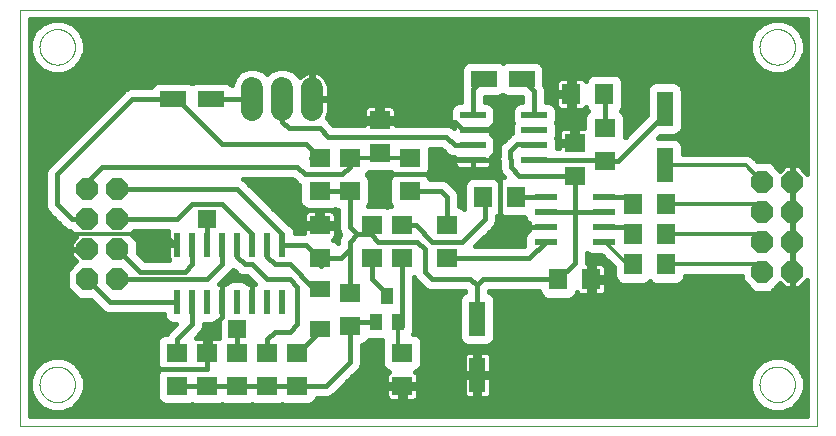
<source format=gtl>
G75*
%MOIN*%
%OFA0B0*%
%FSLAX25Y25*%
%IPPOS*%
%LPD*%
%AMOC8*
5,1,8,0,0,1.08239X$1,22.5*
%
%ADD10C,0.00000*%
%ADD11R,0.02400X0.08100*%
%ADD12R,0.07087X0.06299*%
%ADD13R,0.07087X0.05512*%
%ADD14R,0.03937X0.05512*%
%ADD15R,0.07800X0.02200*%
%ADD16R,0.06299X0.07087*%
%ADD17R,0.05512X0.11811*%
%ADD18R,0.08661X0.05512*%
%ADD19R,0.08661X0.02362*%
%ADD20C,0.07400*%
%ADD21OC8,0.07400*%
%ADD22C,0.01600*%
%ADD23C,0.01200*%
%ADD24R,0.05906X0.05906*%
D10*
X0001000Y0001000D02*
X0001000Y0139626D01*
X0266614Y0139626D01*
X0266614Y0001000D01*
X0001000Y0001000D01*
X0007519Y0014740D02*
X0007521Y0014893D01*
X0007527Y0015047D01*
X0007537Y0015200D01*
X0007551Y0015352D01*
X0007569Y0015505D01*
X0007591Y0015656D01*
X0007616Y0015807D01*
X0007646Y0015958D01*
X0007680Y0016108D01*
X0007717Y0016256D01*
X0007758Y0016404D01*
X0007803Y0016550D01*
X0007852Y0016696D01*
X0007905Y0016840D01*
X0007961Y0016982D01*
X0008021Y0017123D01*
X0008085Y0017263D01*
X0008152Y0017401D01*
X0008223Y0017537D01*
X0008298Y0017671D01*
X0008375Y0017803D01*
X0008457Y0017933D01*
X0008541Y0018061D01*
X0008629Y0018187D01*
X0008720Y0018310D01*
X0008814Y0018431D01*
X0008912Y0018549D01*
X0009012Y0018665D01*
X0009116Y0018778D01*
X0009222Y0018889D01*
X0009331Y0018997D01*
X0009443Y0019102D01*
X0009557Y0019203D01*
X0009675Y0019302D01*
X0009794Y0019398D01*
X0009916Y0019491D01*
X0010041Y0019580D01*
X0010168Y0019667D01*
X0010297Y0019749D01*
X0010428Y0019829D01*
X0010561Y0019905D01*
X0010696Y0019978D01*
X0010833Y0020047D01*
X0010972Y0020112D01*
X0011112Y0020174D01*
X0011254Y0020232D01*
X0011397Y0020287D01*
X0011542Y0020338D01*
X0011688Y0020385D01*
X0011835Y0020428D01*
X0011983Y0020467D01*
X0012132Y0020503D01*
X0012282Y0020534D01*
X0012433Y0020562D01*
X0012584Y0020586D01*
X0012737Y0020606D01*
X0012889Y0020622D01*
X0013042Y0020634D01*
X0013195Y0020642D01*
X0013348Y0020646D01*
X0013502Y0020646D01*
X0013655Y0020642D01*
X0013808Y0020634D01*
X0013961Y0020622D01*
X0014113Y0020606D01*
X0014266Y0020586D01*
X0014417Y0020562D01*
X0014568Y0020534D01*
X0014718Y0020503D01*
X0014867Y0020467D01*
X0015015Y0020428D01*
X0015162Y0020385D01*
X0015308Y0020338D01*
X0015453Y0020287D01*
X0015596Y0020232D01*
X0015738Y0020174D01*
X0015878Y0020112D01*
X0016017Y0020047D01*
X0016154Y0019978D01*
X0016289Y0019905D01*
X0016422Y0019829D01*
X0016553Y0019749D01*
X0016682Y0019667D01*
X0016809Y0019580D01*
X0016934Y0019491D01*
X0017056Y0019398D01*
X0017175Y0019302D01*
X0017293Y0019203D01*
X0017407Y0019102D01*
X0017519Y0018997D01*
X0017628Y0018889D01*
X0017734Y0018778D01*
X0017838Y0018665D01*
X0017938Y0018549D01*
X0018036Y0018431D01*
X0018130Y0018310D01*
X0018221Y0018187D01*
X0018309Y0018061D01*
X0018393Y0017933D01*
X0018475Y0017803D01*
X0018552Y0017671D01*
X0018627Y0017537D01*
X0018698Y0017401D01*
X0018765Y0017263D01*
X0018829Y0017123D01*
X0018889Y0016982D01*
X0018945Y0016840D01*
X0018998Y0016696D01*
X0019047Y0016550D01*
X0019092Y0016404D01*
X0019133Y0016256D01*
X0019170Y0016108D01*
X0019204Y0015958D01*
X0019234Y0015807D01*
X0019259Y0015656D01*
X0019281Y0015505D01*
X0019299Y0015352D01*
X0019313Y0015200D01*
X0019323Y0015047D01*
X0019329Y0014893D01*
X0019331Y0014740D01*
X0019329Y0014587D01*
X0019323Y0014433D01*
X0019313Y0014280D01*
X0019299Y0014128D01*
X0019281Y0013975D01*
X0019259Y0013824D01*
X0019234Y0013673D01*
X0019204Y0013522D01*
X0019170Y0013372D01*
X0019133Y0013224D01*
X0019092Y0013076D01*
X0019047Y0012930D01*
X0018998Y0012784D01*
X0018945Y0012640D01*
X0018889Y0012498D01*
X0018829Y0012357D01*
X0018765Y0012217D01*
X0018698Y0012079D01*
X0018627Y0011943D01*
X0018552Y0011809D01*
X0018475Y0011677D01*
X0018393Y0011547D01*
X0018309Y0011419D01*
X0018221Y0011293D01*
X0018130Y0011170D01*
X0018036Y0011049D01*
X0017938Y0010931D01*
X0017838Y0010815D01*
X0017734Y0010702D01*
X0017628Y0010591D01*
X0017519Y0010483D01*
X0017407Y0010378D01*
X0017293Y0010277D01*
X0017175Y0010178D01*
X0017056Y0010082D01*
X0016934Y0009989D01*
X0016809Y0009900D01*
X0016682Y0009813D01*
X0016553Y0009731D01*
X0016422Y0009651D01*
X0016289Y0009575D01*
X0016154Y0009502D01*
X0016017Y0009433D01*
X0015878Y0009368D01*
X0015738Y0009306D01*
X0015596Y0009248D01*
X0015453Y0009193D01*
X0015308Y0009142D01*
X0015162Y0009095D01*
X0015015Y0009052D01*
X0014867Y0009013D01*
X0014718Y0008977D01*
X0014568Y0008946D01*
X0014417Y0008918D01*
X0014266Y0008894D01*
X0014113Y0008874D01*
X0013961Y0008858D01*
X0013808Y0008846D01*
X0013655Y0008838D01*
X0013502Y0008834D01*
X0013348Y0008834D01*
X0013195Y0008838D01*
X0013042Y0008846D01*
X0012889Y0008858D01*
X0012737Y0008874D01*
X0012584Y0008894D01*
X0012433Y0008918D01*
X0012282Y0008946D01*
X0012132Y0008977D01*
X0011983Y0009013D01*
X0011835Y0009052D01*
X0011688Y0009095D01*
X0011542Y0009142D01*
X0011397Y0009193D01*
X0011254Y0009248D01*
X0011112Y0009306D01*
X0010972Y0009368D01*
X0010833Y0009433D01*
X0010696Y0009502D01*
X0010561Y0009575D01*
X0010428Y0009651D01*
X0010297Y0009731D01*
X0010168Y0009813D01*
X0010041Y0009900D01*
X0009916Y0009989D01*
X0009794Y0010082D01*
X0009675Y0010178D01*
X0009557Y0010277D01*
X0009443Y0010378D01*
X0009331Y0010483D01*
X0009222Y0010591D01*
X0009116Y0010702D01*
X0009012Y0010815D01*
X0008912Y0010931D01*
X0008814Y0011049D01*
X0008720Y0011170D01*
X0008629Y0011293D01*
X0008541Y0011419D01*
X0008457Y0011547D01*
X0008375Y0011677D01*
X0008298Y0011809D01*
X0008223Y0011943D01*
X0008152Y0012079D01*
X0008085Y0012217D01*
X0008021Y0012357D01*
X0007961Y0012498D01*
X0007905Y0012640D01*
X0007852Y0012784D01*
X0007803Y0012930D01*
X0007758Y0013076D01*
X0007717Y0013224D01*
X0007680Y0013372D01*
X0007646Y0013522D01*
X0007616Y0013673D01*
X0007591Y0013824D01*
X0007569Y0013975D01*
X0007551Y0014128D01*
X0007537Y0014280D01*
X0007527Y0014433D01*
X0007521Y0014587D01*
X0007519Y0014740D01*
X0007519Y0127240D02*
X0007521Y0127393D01*
X0007527Y0127547D01*
X0007537Y0127700D01*
X0007551Y0127852D01*
X0007569Y0128005D01*
X0007591Y0128156D01*
X0007616Y0128307D01*
X0007646Y0128458D01*
X0007680Y0128608D01*
X0007717Y0128756D01*
X0007758Y0128904D01*
X0007803Y0129050D01*
X0007852Y0129196D01*
X0007905Y0129340D01*
X0007961Y0129482D01*
X0008021Y0129623D01*
X0008085Y0129763D01*
X0008152Y0129901D01*
X0008223Y0130037D01*
X0008298Y0130171D01*
X0008375Y0130303D01*
X0008457Y0130433D01*
X0008541Y0130561D01*
X0008629Y0130687D01*
X0008720Y0130810D01*
X0008814Y0130931D01*
X0008912Y0131049D01*
X0009012Y0131165D01*
X0009116Y0131278D01*
X0009222Y0131389D01*
X0009331Y0131497D01*
X0009443Y0131602D01*
X0009557Y0131703D01*
X0009675Y0131802D01*
X0009794Y0131898D01*
X0009916Y0131991D01*
X0010041Y0132080D01*
X0010168Y0132167D01*
X0010297Y0132249D01*
X0010428Y0132329D01*
X0010561Y0132405D01*
X0010696Y0132478D01*
X0010833Y0132547D01*
X0010972Y0132612D01*
X0011112Y0132674D01*
X0011254Y0132732D01*
X0011397Y0132787D01*
X0011542Y0132838D01*
X0011688Y0132885D01*
X0011835Y0132928D01*
X0011983Y0132967D01*
X0012132Y0133003D01*
X0012282Y0133034D01*
X0012433Y0133062D01*
X0012584Y0133086D01*
X0012737Y0133106D01*
X0012889Y0133122D01*
X0013042Y0133134D01*
X0013195Y0133142D01*
X0013348Y0133146D01*
X0013502Y0133146D01*
X0013655Y0133142D01*
X0013808Y0133134D01*
X0013961Y0133122D01*
X0014113Y0133106D01*
X0014266Y0133086D01*
X0014417Y0133062D01*
X0014568Y0133034D01*
X0014718Y0133003D01*
X0014867Y0132967D01*
X0015015Y0132928D01*
X0015162Y0132885D01*
X0015308Y0132838D01*
X0015453Y0132787D01*
X0015596Y0132732D01*
X0015738Y0132674D01*
X0015878Y0132612D01*
X0016017Y0132547D01*
X0016154Y0132478D01*
X0016289Y0132405D01*
X0016422Y0132329D01*
X0016553Y0132249D01*
X0016682Y0132167D01*
X0016809Y0132080D01*
X0016934Y0131991D01*
X0017056Y0131898D01*
X0017175Y0131802D01*
X0017293Y0131703D01*
X0017407Y0131602D01*
X0017519Y0131497D01*
X0017628Y0131389D01*
X0017734Y0131278D01*
X0017838Y0131165D01*
X0017938Y0131049D01*
X0018036Y0130931D01*
X0018130Y0130810D01*
X0018221Y0130687D01*
X0018309Y0130561D01*
X0018393Y0130433D01*
X0018475Y0130303D01*
X0018552Y0130171D01*
X0018627Y0130037D01*
X0018698Y0129901D01*
X0018765Y0129763D01*
X0018829Y0129623D01*
X0018889Y0129482D01*
X0018945Y0129340D01*
X0018998Y0129196D01*
X0019047Y0129050D01*
X0019092Y0128904D01*
X0019133Y0128756D01*
X0019170Y0128608D01*
X0019204Y0128458D01*
X0019234Y0128307D01*
X0019259Y0128156D01*
X0019281Y0128005D01*
X0019299Y0127852D01*
X0019313Y0127700D01*
X0019323Y0127547D01*
X0019329Y0127393D01*
X0019331Y0127240D01*
X0019329Y0127087D01*
X0019323Y0126933D01*
X0019313Y0126780D01*
X0019299Y0126628D01*
X0019281Y0126475D01*
X0019259Y0126324D01*
X0019234Y0126173D01*
X0019204Y0126022D01*
X0019170Y0125872D01*
X0019133Y0125724D01*
X0019092Y0125576D01*
X0019047Y0125430D01*
X0018998Y0125284D01*
X0018945Y0125140D01*
X0018889Y0124998D01*
X0018829Y0124857D01*
X0018765Y0124717D01*
X0018698Y0124579D01*
X0018627Y0124443D01*
X0018552Y0124309D01*
X0018475Y0124177D01*
X0018393Y0124047D01*
X0018309Y0123919D01*
X0018221Y0123793D01*
X0018130Y0123670D01*
X0018036Y0123549D01*
X0017938Y0123431D01*
X0017838Y0123315D01*
X0017734Y0123202D01*
X0017628Y0123091D01*
X0017519Y0122983D01*
X0017407Y0122878D01*
X0017293Y0122777D01*
X0017175Y0122678D01*
X0017056Y0122582D01*
X0016934Y0122489D01*
X0016809Y0122400D01*
X0016682Y0122313D01*
X0016553Y0122231D01*
X0016422Y0122151D01*
X0016289Y0122075D01*
X0016154Y0122002D01*
X0016017Y0121933D01*
X0015878Y0121868D01*
X0015738Y0121806D01*
X0015596Y0121748D01*
X0015453Y0121693D01*
X0015308Y0121642D01*
X0015162Y0121595D01*
X0015015Y0121552D01*
X0014867Y0121513D01*
X0014718Y0121477D01*
X0014568Y0121446D01*
X0014417Y0121418D01*
X0014266Y0121394D01*
X0014113Y0121374D01*
X0013961Y0121358D01*
X0013808Y0121346D01*
X0013655Y0121338D01*
X0013502Y0121334D01*
X0013348Y0121334D01*
X0013195Y0121338D01*
X0013042Y0121346D01*
X0012889Y0121358D01*
X0012737Y0121374D01*
X0012584Y0121394D01*
X0012433Y0121418D01*
X0012282Y0121446D01*
X0012132Y0121477D01*
X0011983Y0121513D01*
X0011835Y0121552D01*
X0011688Y0121595D01*
X0011542Y0121642D01*
X0011397Y0121693D01*
X0011254Y0121748D01*
X0011112Y0121806D01*
X0010972Y0121868D01*
X0010833Y0121933D01*
X0010696Y0122002D01*
X0010561Y0122075D01*
X0010428Y0122151D01*
X0010297Y0122231D01*
X0010168Y0122313D01*
X0010041Y0122400D01*
X0009916Y0122489D01*
X0009794Y0122582D01*
X0009675Y0122678D01*
X0009557Y0122777D01*
X0009443Y0122878D01*
X0009331Y0122983D01*
X0009222Y0123091D01*
X0009116Y0123202D01*
X0009012Y0123315D01*
X0008912Y0123431D01*
X0008814Y0123549D01*
X0008720Y0123670D01*
X0008629Y0123793D01*
X0008541Y0123919D01*
X0008457Y0124047D01*
X0008375Y0124177D01*
X0008298Y0124309D01*
X0008223Y0124443D01*
X0008152Y0124579D01*
X0008085Y0124717D01*
X0008021Y0124857D01*
X0007961Y0124998D01*
X0007905Y0125140D01*
X0007852Y0125284D01*
X0007803Y0125430D01*
X0007758Y0125576D01*
X0007717Y0125724D01*
X0007680Y0125872D01*
X0007646Y0126022D01*
X0007616Y0126173D01*
X0007591Y0126324D01*
X0007569Y0126475D01*
X0007551Y0126628D01*
X0007537Y0126780D01*
X0007527Y0126933D01*
X0007521Y0127087D01*
X0007519Y0127240D01*
X0247519Y0127240D02*
X0247521Y0127393D01*
X0247527Y0127547D01*
X0247537Y0127700D01*
X0247551Y0127852D01*
X0247569Y0128005D01*
X0247591Y0128156D01*
X0247616Y0128307D01*
X0247646Y0128458D01*
X0247680Y0128608D01*
X0247717Y0128756D01*
X0247758Y0128904D01*
X0247803Y0129050D01*
X0247852Y0129196D01*
X0247905Y0129340D01*
X0247961Y0129482D01*
X0248021Y0129623D01*
X0248085Y0129763D01*
X0248152Y0129901D01*
X0248223Y0130037D01*
X0248298Y0130171D01*
X0248375Y0130303D01*
X0248457Y0130433D01*
X0248541Y0130561D01*
X0248629Y0130687D01*
X0248720Y0130810D01*
X0248814Y0130931D01*
X0248912Y0131049D01*
X0249012Y0131165D01*
X0249116Y0131278D01*
X0249222Y0131389D01*
X0249331Y0131497D01*
X0249443Y0131602D01*
X0249557Y0131703D01*
X0249675Y0131802D01*
X0249794Y0131898D01*
X0249916Y0131991D01*
X0250041Y0132080D01*
X0250168Y0132167D01*
X0250297Y0132249D01*
X0250428Y0132329D01*
X0250561Y0132405D01*
X0250696Y0132478D01*
X0250833Y0132547D01*
X0250972Y0132612D01*
X0251112Y0132674D01*
X0251254Y0132732D01*
X0251397Y0132787D01*
X0251542Y0132838D01*
X0251688Y0132885D01*
X0251835Y0132928D01*
X0251983Y0132967D01*
X0252132Y0133003D01*
X0252282Y0133034D01*
X0252433Y0133062D01*
X0252584Y0133086D01*
X0252737Y0133106D01*
X0252889Y0133122D01*
X0253042Y0133134D01*
X0253195Y0133142D01*
X0253348Y0133146D01*
X0253502Y0133146D01*
X0253655Y0133142D01*
X0253808Y0133134D01*
X0253961Y0133122D01*
X0254113Y0133106D01*
X0254266Y0133086D01*
X0254417Y0133062D01*
X0254568Y0133034D01*
X0254718Y0133003D01*
X0254867Y0132967D01*
X0255015Y0132928D01*
X0255162Y0132885D01*
X0255308Y0132838D01*
X0255453Y0132787D01*
X0255596Y0132732D01*
X0255738Y0132674D01*
X0255878Y0132612D01*
X0256017Y0132547D01*
X0256154Y0132478D01*
X0256289Y0132405D01*
X0256422Y0132329D01*
X0256553Y0132249D01*
X0256682Y0132167D01*
X0256809Y0132080D01*
X0256934Y0131991D01*
X0257056Y0131898D01*
X0257175Y0131802D01*
X0257293Y0131703D01*
X0257407Y0131602D01*
X0257519Y0131497D01*
X0257628Y0131389D01*
X0257734Y0131278D01*
X0257838Y0131165D01*
X0257938Y0131049D01*
X0258036Y0130931D01*
X0258130Y0130810D01*
X0258221Y0130687D01*
X0258309Y0130561D01*
X0258393Y0130433D01*
X0258475Y0130303D01*
X0258552Y0130171D01*
X0258627Y0130037D01*
X0258698Y0129901D01*
X0258765Y0129763D01*
X0258829Y0129623D01*
X0258889Y0129482D01*
X0258945Y0129340D01*
X0258998Y0129196D01*
X0259047Y0129050D01*
X0259092Y0128904D01*
X0259133Y0128756D01*
X0259170Y0128608D01*
X0259204Y0128458D01*
X0259234Y0128307D01*
X0259259Y0128156D01*
X0259281Y0128005D01*
X0259299Y0127852D01*
X0259313Y0127700D01*
X0259323Y0127547D01*
X0259329Y0127393D01*
X0259331Y0127240D01*
X0259329Y0127087D01*
X0259323Y0126933D01*
X0259313Y0126780D01*
X0259299Y0126628D01*
X0259281Y0126475D01*
X0259259Y0126324D01*
X0259234Y0126173D01*
X0259204Y0126022D01*
X0259170Y0125872D01*
X0259133Y0125724D01*
X0259092Y0125576D01*
X0259047Y0125430D01*
X0258998Y0125284D01*
X0258945Y0125140D01*
X0258889Y0124998D01*
X0258829Y0124857D01*
X0258765Y0124717D01*
X0258698Y0124579D01*
X0258627Y0124443D01*
X0258552Y0124309D01*
X0258475Y0124177D01*
X0258393Y0124047D01*
X0258309Y0123919D01*
X0258221Y0123793D01*
X0258130Y0123670D01*
X0258036Y0123549D01*
X0257938Y0123431D01*
X0257838Y0123315D01*
X0257734Y0123202D01*
X0257628Y0123091D01*
X0257519Y0122983D01*
X0257407Y0122878D01*
X0257293Y0122777D01*
X0257175Y0122678D01*
X0257056Y0122582D01*
X0256934Y0122489D01*
X0256809Y0122400D01*
X0256682Y0122313D01*
X0256553Y0122231D01*
X0256422Y0122151D01*
X0256289Y0122075D01*
X0256154Y0122002D01*
X0256017Y0121933D01*
X0255878Y0121868D01*
X0255738Y0121806D01*
X0255596Y0121748D01*
X0255453Y0121693D01*
X0255308Y0121642D01*
X0255162Y0121595D01*
X0255015Y0121552D01*
X0254867Y0121513D01*
X0254718Y0121477D01*
X0254568Y0121446D01*
X0254417Y0121418D01*
X0254266Y0121394D01*
X0254113Y0121374D01*
X0253961Y0121358D01*
X0253808Y0121346D01*
X0253655Y0121338D01*
X0253502Y0121334D01*
X0253348Y0121334D01*
X0253195Y0121338D01*
X0253042Y0121346D01*
X0252889Y0121358D01*
X0252737Y0121374D01*
X0252584Y0121394D01*
X0252433Y0121418D01*
X0252282Y0121446D01*
X0252132Y0121477D01*
X0251983Y0121513D01*
X0251835Y0121552D01*
X0251688Y0121595D01*
X0251542Y0121642D01*
X0251397Y0121693D01*
X0251254Y0121748D01*
X0251112Y0121806D01*
X0250972Y0121868D01*
X0250833Y0121933D01*
X0250696Y0122002D01*
X0250561Y0122075D01*
X0250428Y0122151D01*
X0250297Y0122231D01*
X0250168Y0122313D01*
X0250041Y0122400D01*
X0249916Y0122489D01*
X0249794Y0122582D01*
X0249675Y0122678D01*
X0249557Y0122777D01*
X0249443Y0122878D01*
X0249331Y0122983D01*
X0249222Y0123091D01*
X0249116Y0123202D01*
X0249012Y0123315D01*
X0248912Y0123431D01*
X0248814Y0123549D01*
X0248720Y0123670D01*
X0248629Y0123793D01*
X0248541Y0123919D01*
X0248457Y0124047D01*
X0248375Y0124177D01*
X0248298Y0124309D01*
X0248223Y0124443D01*
X0248152Y0124579D01*
X0248085Y0124717D01*
X0248021Y0124857D01*
X0247961Y0124998D01*
X0247905Y0125140D01*
X0247852Y0125284D01*
X0247803Y0125430D01*
X0247758Y0125576D01*
X0247717Y0125724D01*
X0247680Y0125872D01*
X0247646Y0126022D01*
X0247616Y0126173D01*
X0247591Y0126324D01*
X0247569Y0126475D01*
X0247551Y0126628D01*
X0247537Y0126780D01*
X0247527Y0126933D01*
X0247521Y0127087D01*
X0247519Y0127240D01*
X0247519Y0014740D02*
X0247521Y0014893D01*
X0247527Y0015047D01*
X0247537Y0015200D01*
X0247551Y0015352D01*
X0247569Y0015505D01*
X0247591Y0015656D01*
X0247616Y0015807D01*
X0247646Y0015958D01*
X0247680Y0016108D01*
X0247717Y0016256D01*
X0247758Y0016404D01*
X0247803Y0016550D01*
X0247852Y0016696D01*
X0247905Y0016840D01*
X0247961Y0016982D01*
X0248021Y0017123D01*
X0248085Y0017263D01*
X0248152Y0017401D01*
X0248223Y0017537D01*
X0248298Y0017671D01*
X0248375Y0017803D01*
X0248457Y0017933D01*
X0248541Y0018061D01*
X0248629Y0018187D01*
X0248720Y0018310D01*
X0248814Y0018431D01*
X0248912Y0018549D01*
X0249012Y0018665D01*
X0249116Y0018778D01*
X0249222Y0018889D01*
X0249331Y0018997D01*
X0249443Y0019102D01*
X0249557Y0019203D01*
X0249675Y0019302D01*
X0249794Y0019398D01*
X0249916Y0019491D01*
X0250041Y0019580D01*
X0250168Y0019667D01*
X0250297Y0019749D01*
X0250428Y0019829D01*
X0250561Y0019905D01*
X0250696Y0019978D01*
X0250833Y0020047D01*
X0250972Y0020112D01*
X0251112Y0020174D01*
X0251254Y0020232D01*
X0251397Y0020287D01*
X0251542Y0020338D01*
X0251688Y0020385D01*
X0251835Y0020428D01*
X0251983Y0020467D01*
X0252132Y0020503D01*
X0252282Y0020534D01*
X0252433Y0020562D01*
X0252584Y0020586D01*
X0252737Y0020606D01*
X0252889Y0020622D01*
X0253042Y0020634D01*
X0253195Y0020642D01*
X0253348Y0020646D01*
X0253502Y0020646D01*
X0253655Y0020642D01*
X0253808Y0020634D01*
X0253961Y0020622D01*
X0254113Y0020606D01*
X0254266Y0020586D01*
X0254417Y0020562D01*
X0254568Y0020534D01*
X0254718Y0020503D01*
X0254867Y0020467D01*
X0255015Y0020428D01*
X0255162Y0020385D01*
X0255308Y0020338D01*
X0255453Y0020287D01*
X0255596Y0020232D01*
X0255738Y0020174D01*
X0255878Y0020112D01*
X0256017Y0020047D01*
X0256154Y0019978D01*
X0256289Y0019905D01*
X0256422Y0019829D01*
X0256553Y0019749D01*
X0256682Y0019667D01*
X0256809Y0019580D01*
X0256934Y0019491D01*
X0257056Y0019398D01*
X0257175Y0019302D01*
X0257293Y0019203D01*
X0257407Y0019102D01*
X0257519Y0018997D01*
X0257628Y0018889D01*
X0257734Y0018778D01*
X0257838Y0018665D01*
X0257938Y0018549D01*
X0258036Y0018431D01*
X0258130Y0018310D01*
X0258221Y0018187D01*
X0258309Y0018061D01*
X0258393Y0017933D01*
X0258475Y0017803D01*
X0258552Y0017671D01*
X0258627Y0017537D01*
X0258698Y0017401D01*
X0258765Y0017263D01*
X0258829Y0017123D01*
X0258889Y0016982D01*
X0258945Y0016840D01*
X0258998Y0016696D01*
X0259047Y0016550D01*
X0259092Y0016404D01*
X0259133Y0016256D01*
X0259170Y0016108D01*
X0259204Y0015958D01*
X0259234Y0015807D01*
X0259259Y0015656D01*
X0259281Y0015505D01*
X0259299Y0015352D01*
X0259313Y0015200D01*
X0259323Y0015047D01*
X0259329Y0014893D01*
X0259331Y0014740D01*
X0259329Y0014587D01*
X0259323Y0014433D01*
X0259313Y0014280D01*
X0259299Y0014128D01*
X0259281Y0013975D01*
X0259259Y0013824D01*
X0259234Y0013673D01*
X0259204Y0013522D01*
X0259170Y0013372D01*
X0259133Y0013224D01*
X0259092Y0013076D01*
X0259047Y0012930D01*
X0258998Y0012784D01*
X0258945Y0012640D01*
X0258889Y0012498D01*
X0258829Y0012357D01*
X0258765Y0012217D01*
X0258698Y0012079D01*
X0258627Y0011943D01*
X0258552Y0011809D01*
X0258475Y0011677D01*
X0258393Y0011547D01*
X0258309Y0011419D01*
X0258221Y0011293D01*
X0258130Y0011170D01*
X0258036Y0011049D01*
X0257938Y0010931D01*
X0257838Y0010815D01*
X0257734Y0010702D01*
X0257628Y0010591D01*
X0257519Y0010483D01*
X0257407Y0010378D01*
X0257293Y0010277D01*
X0257175Y0010178D01*
X0257056Y0010082D01*
X0256934Y0009989D01*
X0256809Y0009900D01*
X0256682Y0009813D01*
X0256553Y0009731D01*
X0256422Y0009651D01*
X0256289Y0009575D01*
X0256154Y0009502D01*
X0256017Y0009433D01*
X0255878Y0009368D01*
X0255738Y0009306D01*
X0255596Y0009248D01*
X0255453Y0009193D01*
X0255308Y0009142D01*
X0255162Y0009095D01*
X0255015Y0009052D01*
X0254867Y0009013D01*
X0254718Y0008977D01*
X0254568Y0008946D01*
X0254417Y0008918D01*
X0254266Y0008894D01*
X0254113Y0008874D01*
X0253961Y0008858D01*
X0253808Y0008846D01*
X0253655Y0008838D01*
X0253502Y0008834D01*
X0253348Y0008834D01*
X0253195Y0008838D01*
X0253042Y0008846D01*
X0252889Y0008858D01*
X0252737Y0008874D01*
X0252584Y0008894D01*
X0252433Y0008918D01*
X0252282Y0008946D01*
X0252132Y0008977D01*
X0251983Y0009013D01*
X0251835Y0009052D01*
X0251688Y0009095D01*
X0251542Y0009142D01*
X0251397Y0009193D01*
X0251254Y0009248D01*
X0251112Y0009306D01*
X0250972Y0009368D01*
X0250833Y0009433D01*
X0250696Y0009502D01*
X0250561Y0009575D01*
X0250428Y0009651D01*
X0250297Y0009731D01*
X0250168Y0009813D01*
X0250041Y0009900D01*
X0249916Y0009989D01*
X0249794Y0010082D01*
X0249675Y0010178D01*
X0249557Y0010277D01*
X0249443Y0010378D01*
X0249331Y0010483D01*
X0249222Y0010591D01*
X0249116Y0010702D01*
X0249012Y0010815D01*
X0248912Y0010931D01*
X0248814Y0011049D01*
X0248720Y0011170D01*
X0248629Y0011293D01*
X0248541Y0011419D01*
X0248457Y0011547D01*
X0248375Y0011677D01*
X0248298Y0011809D01*
X0248223Y0011943D01*
X0248152Y0012079D01*
X0248085Y0012217D01*
X0248021Y0012357D01*
X0247961Y0012498D01*
X0247905Y0012640D01*
X0247852Y0012784D01*
X0247803Y0012930D01*
X0247758Y0013076D01*
X0247717Y0013224D01*
X0247680Y0013372D01*
X0247646Y0013522D01*
X0247616Y0013673D01*
X0247591Y0013824D01*
X0247569Y0013975D01*
X0247551Y0014128D01*
X0247537Y0014280D01*
X0247527Y0014433D01*
X0247521Y0014587D01*
X0247519Y0014740D01*
D11*
X0088425Y0042240D03*
X0083425Y0042240D03*
X0078425Y0042240D03*
X0073425Y0042240D03*
X0068425Y0042240D03*
X0063425Y0042240D03*
X0058425Y0042240D03*
X0053425Y0042240D03*
X0053425Y0061140D03*
X0058425Y0061140D03*
X0063425Y0061140D03*
X0068425Y0061140D03*
X0073425Y0061140D03*
X0078425Y0061140D03*
X0083425Y0061140D03*
X0088425Y0061140D03*
D12*
X0100925Y0056728D03*
X0118425Y0056728D03*
X0128425Y0056728D03*
X0143425Y0056728D03*
X0143425Y0067752D03*
X0128425Y0067752D03*
X0118425Y0067752D03*
X0100925Y0067752D03*
X0100925Y0079228D03*
X0110925Y0079228D03*
X0130925Y0079228D03*
X0130925Y0090252D03*
X0120925Y0091728D03*
X0110925Y0090252D03*
X0100925Y0090252D03*
X0120925Y0102752D03*
X0185925Y0095252D03*
X0195925Y0100252D03*
X0195925Y0089228D03*
X0185925Y0084228D03*
X0110925Y0045252D03*
X0110925Y0034228D03*
X0093425Y0025252D03*
X0083425Y0025252D03*
X0073425Y0025252D03*
X0063425Y0025252D03*
X0053425Y0025252D03*
X0053425Y0014228D03*
X0063425Y0014228D03*
X0073425Y0014228D03*
X0083425Y0014228D03*
X0093425Y0014228D03*
X0128425Y0014228D03*
X0128425Y0025252D03*
D13*
X0100925Y0033047D03*
X0100925Y0046433D03*
D14*
X0119685Y0035409D03*
X0127165Y0035409D03*
X0123425Y0044071D03*
D15*
X0176225Y0062240D03*
X0176225Y0067240D03*
X0176225Y0072240D03*
X0176225Y0077240D03*
X0195625Y0077240D03*
X0195625Y0072240D03*
X0195625Y0067240D03*
X0195625Y0062240D03*
D16*
X0205413Y0064740D03*
X0216437Y0064740D03*
X0216437Y0074740D03*
X0205413Y0074740D03*
X0166437Y0077240D03*
X0155413Y0077240D03*
X0205413Y0054740D03*
X0216437Y0054740D03*
X0191437Y0049740D03*
X0180413Y0049740D03*
X0184779Y0111572D03*
X0195802Y0111572D03*
D17*
X0215925Y0106689D03*
X0215925Y0087791D03*
X0153425Y0036689D03*
X0153425Y0017791D03*
D18*
X0064724Y0109740D03*
X0052126Y0109740D03*
X0155594Y0116643D03*
X0168192Y0116643D03*
D19*
X0172461Y0104386D03*
X0172461Y0099386D03*
X0172461Y0094386D03*
X0172461Y0089386D03*
X0151988Y0089386D03*
X0151988Y0094386D03*
X0151988Y0099386D03*
X0151988Y0104386D03*
D20*
X0098425Y0106040D02*
X0098425Y0113440D01*
X0088425Y0113440D02*
X0088425Y0106040D01*
X0078425Y0106040D02*
X0078425Y0113440D01*
D21*
X0033425Y0079740D03*
X0023425Y0079740D03*
X0023425Y0069740D03*
X0033425Y0069740D03*
X0033425Y0059740D03*
X0023425Y0059740D03*
X0023425Y0049740D03*
X0033425Y0049740D03*
X0248425Y0052240D03*
X0258425Y0052240D03*
X0258425Y0062240D03*
X0248425Y0062240D03*
X0248425Y0072240D03*
X0258425Y0072240D03*
X0258425Y0082240D03*
X0248425Y0082240D03*
D22*
X0254271Y0086153D02*
X0254559Y0086153D01*
X0254415Y0086008D02*
X0251283Y0089140D01*
X0246899Y0089140D01*
X0245027Y0091013D01*
X0243630Y0091591D01*
X0221881Y0091591D01*
X0221881Y0094333D01*
X0221394Y0095510D01*
X0220494Y0096410D01*
X0219318Y0096897D01*
X0213739Y0096897D01*
X0214425Y0097583D01*
X0219318Y0097583D01*
X0220494Y0098071D01*
X0221394Y0098971D01*
X0221881Y0100147D01*
X0221881Y0113231D01*
X0221394Y0114407D01*
X0220494Y0115307D01*
X0219318Y0115794D01*
X0212533Y0115794D01*
X0211357Y0115307D01*
X0210456Y0114407D01*
X0209969Y0113231D01*
X0209969Y0104441D01*
X0202668Y0097140D01*
X0202668Y0104038D01*
X0202181Y0105214D01*
X0201422Y0105973D01*
X0201665Y0106216D01*
X0202152Y0107392D01*
X0202152Y0115752D01*
X0201665Y0116928D01*
X0200765Y0117828D01*
X0199589Y0118315D01*
X0192016Y0118315D01*
X0190840Y0117828D01*
X0189940Y0116928D01*
X0189531Y0115940D01*
X0189369Y0116220D01*
X0189034Y0116555D01*
X0188623Y0116792D01*
X0188165Y0116915D01*
X0185554Y0116915D01*
X0185554Y0112347D01*
X0184004Y0112347D01*
X0184004Y0116915D01*
X0181392Y0116915D01*
X0180934Y0116792D01*
X0180524Y0116555D01*
X0180189Y0116220D01*
X0179952Y0115810D01*
X0179829Y0115352D01*
X0179829Y0112347D01*
X0184004Y0112347D01*
X0184004Y0110797D01*
X0185554Y0110797D01*
X0185554Y0106229D01*
X0188165Y0106229D01*
X0188623Y0106351D01*
X0189034Y0106588D01*
X0189369Y0106923D01*
X0189531Y0107204D01*
X0189940Y0106216D01*
X0190305Y0105851D01*
X0189669Y0105214D01*
X0189182Y0104038D01*
X0189182Y0100202D01*
X0186700Y0100202D01*
X0186700Y0096027D01*
X0185150Y0096027D01*
X0185150Y0094477D01*
X0180582Y0094477D01*
X0180582Y0093386D01*
X0179991Y0093386D01*
X0179991Y0096203D01*
X0179709Y0096886D01*
X0179991Y0097568D01*
X0179991Y0101203D01*
X0179709Y0101886D01*
X0179991Y0102568D01*
X0179991Y0106203D01*
X0179504Y0107380D01*
X0178604Y0108280D01*
X0177428Y0108767D01*
X0176461Y0108767D01*
X0176461Y0113171D01*
X0175852Y0114641D01*
X0175723Y0114769D01*
X0175723Y0120036D01*
X0175236Y0121212D01*
X0174336Y0122112D01*
X0173160Y0122599D01*
X0163225Y0122599D01*
X0162049Y0122112D01*
X0161893Y0121956D01*
X0161737Y0122112D01*
X0160561Y0122599D01*
X0150627Y0122599D01*
X0149451Y0122112D01*
X0148550Y0121212D01*
X0148063Y0120036D01*
X0148063Y0114014D01*
X0147988Y0113833D01*
X0147988Y0108767D01*
X0147021Y0108767D01*
X0145845Y0108280D01*
X0144945Y0107380D01*
X0144457Y0106203D01*
X0144457Y0102568D01*
X0144945Y0101392D01*
X0145845Y0100492D01*
X0145857Y0100487D01*
X0145857Y0100209D01*
X0145435Y0100631D01*
X0143965Y0101240D01*
X0126268Y0101240D01*
X0126268Y0101977D01*
X0121700Y0101977D01*
X0121700Y0103527D01*
X0120150Y0103527D01*
X0120150Y0101977D01*
X0115582Y0101977D01*
X0115582Y0101240D01*
X0105476Y0101240D01*
X0103274Y0103442D01*
X0103522Y0103929D01*
X0103790Y0104752D01*
X0103925Y0105607D01*
X0103925Y0109440D01*
X0098725Y0109440D01*
X0098725Y0110040D01*
X0098125Y0110040D01*
X0098125Y0118940D01*
X0097992Y0118940D01*
X0097137Y0118805D01*
X0096314Y0118537D01*
X0095543Y0118144D01*
X0094842Y0117635D01*
X0094357Y0117150D01*
X0094275Y0117349D01*
X0092334Y0119290D01*
X0089798Y0120340D01*
X0087053Y0120340D01*
X0084517Y0119290D01*
X0083425Y0118198D01*
X0082334Y0119290D01*
X0079798Y0120340D01*
X0077053Y0120340D01*
X0074517Y0119290D01*
X0072576Y0117349D01*
X0071525Y0114813D01*
X0071525Y0114551D01*
X0070868Y0115209D01*
X0069692Y0115696D01*
X0059757Y0115696D01*
X0058581Y0115209D01*
X0058425Y0115053D01*
X0058269Y0115209D01*
X0057093Y0115696D01*
X0047159Y0115696D01*
X0045983Y0115209D01*
X0045082Y0114309D01*
X0044847Y0113740D01*
X0037630Y0113740D01*
X0036159Y0113131D01*
X0035034Y0112006D01*
X0010034Y0087006D01*
X0009425Y0085536D01*
X0009425Y0073945D01*
X0010034Y0072474D01*
X0011159Y0071349D01*
X0016159Y0066349D01*
X0017630Y0065740D01*
X0017667Y0065740D01*
X0019657Y0063750D01*
X0017925Y0062018D01*
X0017925Y0059940D01*
X0023225Y0059940D01*
X0023225Y0059540D01*
X0017925Y0059540D01*
X0017925Y0057462D01*
X0019657Y0055730D01*
X0016525Y0052598D01*
X0016525Y0046882D01*
X0020567Y0042840D01*
X0024668Y0042840D01*
X0028659Y0038849D01*
X0030130Y0038240D01*
X0049025Y0038240D01*
X0049025Y0037554D01*
X0049512Y0036378D01*
X0050413Y0035477D01*
X0051589Y0034990D01*
X0053018Y0034990D01*
X0050034Y0032006D01*
X0049867Y0031602D01*
X0049245Y0031602D01*
X0048069Y0031114D01*
X0047169Y0030214D01*
X0046682Y0029038D01*
X0046682Y0021466D01*
X0047169Y0020290D01*
X0047719Y0019740D01*
X0047169Y0019191D01*
X0046682Y0018014D01*
X0046682Y0010442D01*
X0047169Y0009266D01*
X0048069Y0008366D01*
X0049245Y0007879D01*
X0057605Y0007879D01*
X0058425Y0008218D01*
X0059245Y0007879D01*
X0067605Y0007879D01*
X0068425Y0008218D01*
X0069245Y0007879D01*
X0077605Y0007879D01*
X0078425Y0008218D01*
X0079245Y0007879D01*
X0087605Y0007879D01*
X0088425Y0008218D01*
X0089245Y0007879D01*
X0097605Y0007879D01*
X0098781Y0008366D01*
X0099681Y0009266D01*
X0100080Y0010228D01*
X0103709Y0010228D01*
X0105179Y0010837D01*
X0106304Y0011963D01*
X0113191Y0018849D01*
X0114316Y0019974D01*
X0114925Y0021445D01*
X0114925Y0027879D01*
X0115105Y0027879D01*
X0116281Y0028366D01*
X0117181Y0029266D01*
X0117259Y0029454D01*
X0121854Y0029454D01*
X0121682Y0029038D01*
X0121682Y0021466D01*
X0122169Y0020290D01*
X0123069Y0019390D01*
X0124057Y0018980D01*
X0123777Y0018818D01*
X0123442Y0018483D01*
X0123205Y0018073D01*
X0123082Y0017615D01*
X0123082Y0015003D01*
X0127650Y0015003D01*
X0127650Y0013454D01*
X0123082Y0013454D01*
X0123082Y0010842D01*
X0123205Y0010384D01*
X0123442Y0009974D01*
X0123777Y0009638D01*
X0124187Y0009401D01*
X0124645Y0009279D01*
X0127650Y0009279D01*
X0127650Y0013453D01*
X0129200Y0013453D01*
X0129200Y0009279D01*
X0132205Y0009279D01*
X0132663Y0009401D01*
X0133074Y0009638D01*
X0133409Y0009974D01*
X0133646Y0010384D01*
X0133768Y0010842D01*
X0133768Y0013454D01*
X0129200Y0013454D01*
X0129200Y0015003D01*
X0133768Y0015003D01*
X0133768Y0017615D01*
X0133646Y0018073D01*
X0133409Y0018483D01*
X0133074Y0018818D01*
X0132793Y0018980D01*
X0133781Y0019390D01*
X0134681Y0020290D01*
X0135168Y0021466D01*
X0135168Y0029038D01*
X0134681Y0030214D01*
X0133781Y0031114D01*
X0132605Y0031602D01*
X0132162Y0031602D01*
X0132334Y0032017D01*
X0132334Y0033402D01*
X0147469Y0033402D01*
X0147469Y0035000D02*
X0132346Y0035000D01*
X0132346Y0033433D02*
X0132346Y0046377D01*
X0132351Y0046388D01*
X0132346Y0047173D01*
X0132346Y0047957D01*
X0132342Y0047968D01*
X0132329Y0050379D01*
X0132367Y0050379D01*
X0132534Y0049974D01*
X0135034Y0047474D01*
X0135415Y0047093D01*
X0136159Y0046349D01*
X0136159Y0046349D01*
X0136159Y0046349D01*
X0136817Y0046077D01*
X0137630Y0045740D01*
X0138208Y0045740D01*
X0139221Y0045740D01*
X0149385Y0045740D01*
X0149386Y0045527D01*
X0148857Y0045307D01*
X0147956Y0044407D01*
X0147469Y0043231D01*
X0147469Y0030147D01*
X0147956Y0028971D01*
X0148857Y0028071D01*
X0150033Y0027583D01*
X0156818Y0027583D01*
X0157994Y0028071D01*
X0158894Y0028971D01*
X0159381Y0030147D01*
X0159381Y0043231D01*
X0158894Y0044407D01*
X0157994Y0045307D01*
X0157386Y0045559D01*
X0157385Y0045742D01*
X0174064Y0045741D01*
X0174064Y0045560D01*
X0174551Y0044384D01*
X0175451Y0043484D01*
X0176627Y0042997D01*
X0184200Y0042997D01*
X0185376Y0043484D01*
X0186276Y0044384D01*
X0186685Y0045372D01*
X0186847Y0045092D01*
X0187182Y0044756D01*
X0187593Y0044520D01*
X0188050Y0044397D01*
X0190662Y0044397D01*
X0190662Y0048965D01*
X0192212Y0048965D01*
X0192212Y0044397D01*
X0194824Y0044397D01*
X0195281Y0044520D01*
X0195692Y0044756D01*
X0196027Y0045092D01*
X0196264Y0045502D01*
X0196387Y0045960D01*
X0196387Y0048965D01*
X0192212Y0048965D01*
X0192212Y0050515D01*
X0196387Y0050515D01*
X0196387Y0053520D01*
X0196264Y0053978D01*
X0196027Y0054389D01*
X0195692Y0054724D01*
X0195281Y0054961D01*
X0194824Y0055083D01*
X0192212Y0055083D01*
X0192212Y0050515D01*
X0190662Y0050515D01*
X0190662Y0055083D01*
X0189925Y0055083D01*
X0189925Y0058422D01*
X0191089Y0057940D01*
X0194851Y0057940D01*
X0199064Y0053728D01*
X0199064Y0050560D01*
X0199551Y0049384D01*
X0200451Y0048484D01*
X0201627Y0047997D01*
X0209200Y0047997D01*
X0210376Y0048484D01*
X0210925Y0049034D01*
X0211475Y0048484D01*
X0212651Y0047997D01*
X0220223Y0047997D01*
X0221399Y0048484D01*
X0222299Y0049384D01*
X0222787Y0050560D01*
X0222787Y0050940D01*
X0241525Y0050940D01*
X0241525Y0049382D01*
X0245567Y0045340D01*
X0251283Y0045340D01*
X0254415Y0048472D01*
X0256147Y0046740D01*
X0258225Y0046740D01*
X0258225Y0052040D01*
X0258625Y0052040D01*
X0258625Y0046740D01*
X0260703Y0046740D01*
X0263414Y0049451D01*
X0263414Y0004200D01*
X0004200Y0004200D01*
X0004200Y0136426D01*
X0263414Y0136426D01*
X0263414Y0085029D01*
X0260703Y0087740D01*
X0258625Y0087740D01*
X0258625Y0082440D01*
X0258225Y0082440D01*
X0258225Y0087740D01*
X0256147Y0087740D01*
X0254415Y0086008D01*
X0252672Y0087751D02*
X0263414Y0087751D01*
X0263414Y0086153D02*
X0262291Y0086153D01*
X0263414Y0089350D02*
X0246690Y0089350D01*
X0245091Y0090948D02*
X0263414Y0090948D01*
X0263414Y0092547D02*
X0221881Y0092547D01*
X0221881Y0094145D02*
X0263414Y0094145D01*
X0263414Y0095744D02*
X0221160Y0095744D01*
X0221364Y0098941D02*
X0263414Y0098941D01*
X0263414Y0100539D02*
X0221881Y0100539D01*
X0221881Y0102138D02*
X0263414Y0102138D01*
X0263414Y0103736D02*
X0221881Y0103736D01*
X0221881Y0105335D02*
X0263414Y0105335D01*
X0263414Y0106933D02*
X0221881Y0106933D01*
X0221881Y0108532D02*
X0263414Y0108532D01*
X0263414Y0110130D02*
X0221881Y0110130D01*
X0221881Y0111729D02*
X0263414Y0111729D01*
X0263414Y0113327D02*
X0221841Y0113327D01*
X0220875Y0114926D02*
X0263414Y0114926D01*
X0263414Y0116524D02*
X0201832Y0116524D01*
X0202152Y0114926D02*
X0210975Y0114926D01*
X0210009Y0113327D02*
X0202152Y0113327D01*
X0202152Y0111729D02*
X0209969Y0111729D01*
X0209969Y0110130D02*
X0202152Y0110130D01*
X0202152Y0108532D02*
X0209969Y0108532D01*
X0209969Y0106933D02*
X0201962Y0106933D01*
X0202061Y0105335D02*
X0209969Y0105335D01*
X0209264Y0103736D02*
X0202668Y0103736D01*
X0202668Y0102138D02*
X0207666Y0102138D01*
X0206067Y0100539D02*
X0202668Y0100539D01*
X0202668Y0098941D02*
X0204469Y0098941D01*
X0202870Y0097342D02*
X0202668Y0097342D01*
X0195925Y0100252D02*
X0195925Y0109228D01*
X0195802Y0111572D01*
X0189643Y0106933D02*
X0189374Y0106933D01*
X0185554Y0106933D02*
X0184004Y0106933D01*
X0184004Y0106229D02*
X0181392Y0106229D01*
X0180934Y0106351D01*
X0180524Y0106588D01*
X0180189Y0106923D01*
X0179952Y0107334D01*
X0179829Y0107792D01*
X0179829Y0110797D01*
X0184004Y0110797D01*
X0184004Y0106229D01*
X0180183Y0106933D02*
X0179689Y0106933D01*
X0179829Y0108532D02*
X0177996Y0108532D01*
X0176461Y0110130D02*
X0179829Y0110130D01*
X0176461Y0111729D02*
X0184004Y0111729D01*
X0184004Y0113327D02*
X0185554Y0113327D01*
X0185554Y0114926D02*
X0184004Y0114926D01*
X0184004Y0116524D02*
X0185554Y0116524D01*
X0189065Y0116524D02*
X0189773Y0116524D01*
X0191552Y0118123D02*
X0175723Y0118123D01*
X0175723Y0116524D02*
X0180493Y0116524D01*
X0179829Y0114926D02*
X0175723Y0114926D01*
X0176396Y0113327D02*
X0179829Y0113327D01*
X0184004Y0110130D02*
X0185554Y0110130D01*
X0185554Y0108532D02*
X0184004Y0108532D01*
X0179991Y0105335D02*
X0189790Y0105335D01*
X0189182Y0103736D02*
X0179991Y0103736D01*
X0179813Y0102138D02*
X0189182Y0102138D01*
X0189182Y0100539D02*
X0179991Y0100539D01*
X0180942Y0099507D02*
X0180705Y0099096D01*
X0180582Y0098639D01*
X0180582Y0096027D01*
X0185150Y0096027D01*
X0185150Y0100202D01*
X0182145Y0100202D01*
X0181687Y0100079D01*
X0181277Y0099842D01*
X0180942Y0099507D01*
X0180663Y0098941D02*
X0179991Y0098941D01*
X0179898Y0097342D02*
X0180582Y0097342D01*
X0179991Y0095744D02*
X0185150Y0095744D01*
X0185150Y0097342D02*
X0186700Y0097342D01*
X0186700Y0098941D02*
X0185150Y0098941D01*
X0180582Y0094145D02*
X0179991Y0094145D01*
X0172461Y0094386D02*
X0172106Y0094740D01*
X0166715Y0094801D01*
X0164515Y0092620D01*
X0164557Y0087240D01*
X0167508Y0084271D01*
X0185925Y0084228D01*
X0185925Y0072240D01*
X0185925Y0055252D01*
X0180413Y0049740D01*
X0155230Y0049743D01*
X0153376Y0047853D01*
X0151148Y0049740D01*
X0138425Y0049740D01*
X0135925Y0052240D01*
X0135925Y0059740D01*
X0133425Y0062240D01*
X0120413Y0062240D01*
X0117913Y0064740D01*
X0117913Y0067240D01*
X0118425Y0067752D01*
X0117913Y0064740D02*
X0113425Y0064740D01*
X0110925Y0067240D01*
X0110925Y0079228D01*
X0100925Y0079228D01*
X0094182Y0079759D02*
X0079064Y0079759D01*
X0077465Y0081357D02*
X0093651Y0081357D01*
X0093659Y0081349D02*
X0094182Y0081133D01*
X0094182Y0075442D01*
X0094669Y0074266D01*
X0095569Y0073366D01*
X0096745Y0072879D01*
X0105105Y0072879D01*
X0105925Y0073218D01*
X0106745Y0072879D01*
X0106925Y0072879D01*
X0106925Y0066445D01*
X0107534Y0064974D01*
X0107768Y0064740D01*
X0107534Y0064506D01*
X0106925Y0063036D01*
X0106925Y0061947D01*
X0106281Y0062591D01*
X0105293Y0063000D01*
X0105574Y0063162D01*
X0105909Y0063497D01*
X0106146Y0063908D01*
X0106268Y0064365D01*
X0106268Y0066977D01*
X0101700Y0066977D01*
X0101700Y0068527D01*
X0100150Y0068527D01*
X0100150Y0066977D01*
X0095582Y0066977D01*
X0095582Y0065140D01*
X0092825Y0065140D01*
X0092825Y0065827D01*
X0092338Y0067003D01*
X0091438Y0067903D01*
X0090552Y0068270D01*
X0075691Y0083131D01*
X0075428Y0083240D01*
X0091768Y0083240D01*
X0092534Y0082474D01*
X0093659Y0081349D01*
X0092534Y0082474D02*
X0092534Y0082474D01*
X0092053Y0082956D02*
X0075867Y0082956D01*
X0073425Y0079740D02*
X0088425Y0064740D01*
X0088425Y0061140D01*
X0096513Y0061140D01*
X0100925Y0056728D01*
X0107913Y0056728D01*
X0110925Y0059740D01*
X0110925Y0045252D01*
X0118425Y0049740D02*
X0118425Y0056728D01*
X0110925Y0059740D02*
X0110925Y0062240D01*
X0113425Y0064740D01*
X0107369Y0065372D02*
X0106268Y0065372D01*
X0106268Y0066970D02*
X0106925Y0066970D01*
X0106925Y0068569D02*
X0106268Y0068569D01*
X0106268Y0068527D02*
X0106268Y0071139D01*
X0106146Y0071596D01*
X0105909Y0072007D01*
X0105574Y0072342D01*
X0105163Y0072579D01*
X0104705Y0072702D01*
X0101700Y0072702D01*
X0101700Y0068527D01*
X0106268Y0068527D01*
X0106268Y0070167D02*
X0106925Y0070167D01*
X0101700Y0070167D02*
X0100150Y0070167D01*
X0100150Y0068569D02*
X0101700Y0068569D01*
X0100150Y0068527D02*
X0100150Y0072702D01*
X0097145Y0072702D01*
X0096687Y0072579D01*
X0096277Y0072342D01*
X0095942Y0072007D01*
X0095705Y0071596D01*
X0095582Y0071139D01*
X0095582Y0068527D01*
X0100150Y0068527D01*
X0095582Y0068569D02*
X0090253Y0068569D01*
X0088655Y0070167D02*
X0095582Y0070167D01*
X0095802Y0071766D02*
X0087056Y0071766D01*
X0085458Y0073365D02*
X0095573Y0073365D01*
X0094380Y0074963D02*
X0083859Y0074963D01*
X0082261Y0076562D02*
X0094182Y0076562D01*
X0094182Y0078160D02*
X0080662Y0078160D01*
X0073425Y0079740D02*
X0033425Y0079740D01*
X0028425Y0087240D02*
X0023425Y0082240D01*
X0023425Y0079740D01*
X0013425Y0074740D02*
X0013425Y0084740D01*
X0038425Y0109740D01*
X0052126Y0109740D01*
X0053425Y0109740D01*
X0068425Y0094740D01*
X0096437Y0094740D01*
X0100925Y0090252D01*
X0097913Y0090252D01*
X0093425Y0087240D02*
X0095925Y0084740D01*
X0108425Y0084740D01*
X0110925Y0087240D01*
X0110925Y0090252D01*
X0116632Y0084740D02*
X0117181Y0085290D01*
X0117218Y0085379D01*
X0124632Y0085379D01*
X0124669Y0085290D01*
X0125219Y0084740D01*
X0124669Y0084191D01*
X0124182Y0083014D01*
X0124182Y0075442D01*
X0124669Y0074266D01*
X0124834Y0074102D01*
X0124245Y0074102D01*
X0123425Y0073762D01*
X0122605Y0074102D01*
X0117017Y0074102D01*
X0117181Y0074266D01*
X0117668Y0075442D01*
X0117668Y0083014D01*
X0117181Y0084191D01*
X0116632Y0084740D01*
X0116818Y0084554D02*
X0125033Y0084554D01*
X0123425Y0084740D02*
X0138425Y0084740D01*
X0143425Y0089740D01*
X0151634Y0089740D01*
X0151988Y0089386D01*
X0151988Y0089386D01*
X0145857Y0089386D01*
X0145857Y0090386D01*
X0145228Y0090386D01*
X0143758Y0090995D01*
X0141512Y0093240D01*
X0137668Y0093240D01*
X0137668Y0086466D01*
X0137181Y0085290D01*
X0136632Y0084740D01*
X0137181Y0084191D01*
X0137580Y0083228D01*
X0142233Y0083228D01*
X0143703Y0082619D01*
X0145691Y0080631D01*
X0146816Y0079506D01*
X0147425Y0078036D01*
X0147425Y0074102D01*
X0147605Y0074102D01*
X0148781Y0073614D01*
X0149064Y0073332D01*
X0149064Y0081420D01*
X0149551Y0082596D01*
X0150451Y0083496D01*
X0151627Y0083983D01*
X0159200Y0083983D01*
X0160376Y0083496D01*
X0160925Y0082947D01*
X0161475Y0083496D01*
X0162299Y0083838D01*
X0161735Y0084405D01*
X0161184Y0084948D01*
X0161175Y0084969D01*
X0161159Y0084985D01*
X0160865Y0085701D01*
X0160563Y0086413D01*
X0160563Y0086436D01*
X0160555Y0086457D01*
X0160557Y0087231D01*
X0160521Y0091818D01*
X0160512Y0091841D01*
X0160515Y0092613D01*
X0160509Y0093384D01*
X0160518Y0093407D01*
X0160518Y0093433D01*
X0160817Y0094144D01*
X0161106Y0094859D01*
X0161124Y0094877D01*
X0161134Y0094900D01*
X0161681Y0095443D01*
X0162223Y0095993D01*
X0162246Y0096003D01*
X0163344Y0097091D01*
X0163349Y0097105D01*
X0163907Y0097650D01*
X0164463Y0098202D01*
X0164477Y0098207D01*
X0164487Y0098217D01*
X0164930Y0098395D01*
X0164930Y0101203D01*
X0165213Y0101886D01*
X0164930Y0102568D01*
X0164930Y0106203D01*
X0165417Y0107380D01*
X0166317Y0108280D01*
X0167493Y0108767D01*
X0168461Y0108767D01*
X0168461Y0110687D01*
X0163225Y0110687D01*
X0162049Y0111174D01*
X0161893Y0111330D01*
X0161737Y0111174D01*
X0160561Y0110687D01*
X0155988Y0110687D01*
X0155988Y0108767D01*
X0156955Y0108767D01*
X0158132Y0108280D01*
X0159032Y0107380D01*
X0159519Y0106203D01*
X0159519Y0102568D01*
X0159032Y0101392D01*
X0158132Y0100492D01*
X0158119Y0100487D01*
X0158119Y0099386D01*
X0151988Y0099386D01*
X0148425Y0099740D01*
X0145925Y0102240D01*
X0113425Y0102240D01*
X0105925Y0109740D01*
X0098425Y0109740D01*
X0098725Y0110040D02*
X0098725Y0118940D01*
X0098858Y0118940D01*
X0099713Y0118805D01*
X0100536Y0118537D01*
X0101308Y0118144D01*
X0102008Y0117635D01*
X0102620Y0117023D01*
X0103129Y0116323D01*
X0103522Y0115551D01*
X0103790Y0114728D01*
X0103925Y0113873D01*
X0103925Y0110040D01*
X0098725Y0110040D01*
X0098725Y0110130D02*
X0098125Y0110130D01*
X0098125Y0111729D02*
X0098725Y0111729D01*
X0098725Y0113327D02*
X0098125Y0113327D01*
X0098125Y0114926D02*
X0098725Y0114926D01*
X0098725Y0116524D02*
X0098125Y0116524D01*
X0098125Y0118123D02*
X0098725Y0118123D01*
X0101337Y0118123D02*
X0148063Y0118123D01*
X0148063Y0116524D02*
X0102983Y0116524D01*
X0103726Y0114926D02*
X0148063Y0114926D01*
X0147988Y0113327D02*
X0103925Y0113327D01*
X0103925Y0111729D02*
X0147988Y0111729D01*
X0147988Y0110130D02*
X0103925Y0110130D01*
X0103925Y0108532D02*
X0146453Y0108532D01*
X0144760Y0106933D02*
X0125951Y0106933D01*
X0125909Y0107007D02*
X0125574Y0107342D01*
X0125163Y0107579D01*
X0124705Y0107702D01*
X0121700Y0107702D01*
X0121700Y0103527D01*
X0126268Y0103527D01*
X0126268Y0106139D01*
X0126146Y0106596D01*
X0125909Y0107007D01*
X0126268Y0105335D02*
X0144457Y0105335D01*
X0144457Y0103736D02*
X0126268Y0103736D01*
X0121700Y0103736D02*
X0120150Y0103736D01*
X0120150Y0103527D02*
X0120150Y0107702D01*
X0117145Y0107702D01*
X0116687Y0107579D01*
X0116277Y0107342D01*
X0115942Y0107007D01*
X0115705Y0106596D01*
X0115582Y0106139D01*
X0115582Y0103527D01*
X0120150Y0103527D01*
X0120150Y0102138D02*
X0104578Y0102138D01*
X0103424Y0103736D02*
X0115582Y0103736D01*
X0115582Y0105335D02*
X0103882Y0105335D01*
X0103925Y0106933D02*
X0115899Y0106933D01*
X0120150Y0106933D02*
X0121700Y0106933D01*
X0121700Y0105335D02*
X0120150Y0105335D01*
X0121700Y0102138D02*
X0144636Y0102138D01*
X0145527Y0100539D02*
X0145798Y0100539D01*
X0148425Y0099740D02*
X0158425Y0099740D01*
X0160925Y0102240D01*
X0163425Y0102240D01*
X0160461Y0099825D01*
X0160546Y0091818D01*
X0158425Y0089740D01*
X0158425Y0086532D01*
X0158071Y0089386D01*
X0158425Y0089740D01*
X0158119Y0089386D02*
X0158119Y0090487D01*
X0158132Y0090492D01*
X0159032Y0091392D01*
X0159519Y0092568D01*
X0159519Y0096203D01*
X0159032Y0097380D01*
X0158132Y0098280D01*
X0158119Y0098285D01*
X0158119Y0099386D01*
X0151988Y0099386D01*
X0160571Y0099386D01*
X0160461Y0099825D01*
X0158179Y0100539D02*
X0164930Y0100539D01*
X0164930Y0098941D02*
X0158119Y0098941D01*
X0159047Y0097342D02*
X0163592Y0097342D01*
X0161977Y0095744D02*
X0159519Y0095744D01*
X0159519Y0094145D02*
X0160817Y0094145D01*
X0160515Y0092547D02*
X0159510Y0092547D01*
X0158588Y0090948D02*
X0160528Y0090948D01*
X0160540Y0089350D02*
X0158119Y0089350D01*
X0158119Y0089386D02*
X0151988Y0089386D01*
X0158071Y0089386D01*
X0158119Y0089386D02*
X0151988Y0089386D01*
X0145857Y0089386D01*
X0145857Y0087968D01*
X0145980Y0087510D01*
X0146217Y0087100D01*
X0146552Y0086764D01*
X0146963Y0086527D01*
X0147420Y0086405D01*
X0151988Y0086405D01*
X0151988Y0089386D01*
X0151988Y0089386D01*
X0151988Y0089386D01*
X0151988Y0086405D01*
X0156556Y0086405D01*
X0157014Y0086527D01*
X0157424Y0086764D01*
X0157759Y0087100D01*
X0157996Y0087510D01*
X0158119Y0087968D01*
X0158119Y0089386D01*
X0158061Y0087751D02*
X0160553Y0087751D01*
X0160674Y0086153D02*
X0137539Y0086153D01*
X0137668Y0087751D02*
X0145916Y0087751D01*
X0145857Y0089350D02*
X0137668Y0089350D01*
X0137668Y0090948D02*
X0143870Y0090948D01*
X0142206Y0092547D02*
X0137668Y0092547D01*
X0143169Y0097240D02*
X0146024Y0094386D01*
X0151988Y0094386D01*
X0151988Y0099386D02*
X0151988Y0099386D01*
X0159341Y0102138D02*
X0165108Y0102138D01*
X0164930Y0103736D02*
X0159519Y0103736D01*
X0159519Y0105335D02*
X0164930Y0105335D01*
X0165232Y0106933D02*
X0159217Y0106933D01*
X0157523Y0108532D02*
X0166926Y0108532D01*
X0168461Y0110130D02*
X0155988Y0110130D01*
X0151988Y0113037D02*
X0155594Y0116643D01*
X0151988Y0113037D02*
X0151988Y0104386D01*
X0143169Y0097240D02*
X0103819Y0097240D01*
X0100925Y0100134D01*
X0090531Y0100134D01*
X0088425Y0102240D01*
X0088425Y0109740D01*
X0078425Y0109740D02*
X0064724Y0109740D01*
X0071151Y0114926D02*
X0071572Y0114926D01*
X0072234Y0116524D02*
X0004200Y0116524D01*
X0004200Y0114926D02*
X0045700Y0114926D01*
X0036633Y0113327D02*
X0004200Y0113327D01*
X0004200Y0111729D02*
X0034757Y0111729D01*
X0033158Y0110130D02*
X0004200Y0110130D01*
X0004200Y0108532D02*
X0031560Y0108532D01*
X0029961Y0106933D02*
X0004200Y0106933D01*
X0004200Y0105335D02*
X0028363Y0105335D01*
X0026764Y0103736D02*
X0004200Y0103736D01*
X0004200Y0102138D02*
X0025166Y0102138D01*
X0023567Y0100539D02*
X0004200Y0100539D01*
X0004200Y0098941D02*
X0021969Y0098941D01*
X0020370Y0097342D02*
X0004200Y0097342D01*
X0004200Y0095744D02*
X0018772Y0095744D01*
X0017173Y0094145D02*
X0004200Y0094145D01*
X0004200Y0092547D02*
X0015575Y0092547D01*
X0013976Y0090948D02*
X0004200Y0090948D01*
X0004200Y0089350D02*
X0012378Y0089350D01*
X0010779Y0087751D02*
X0004200Y0087751D01*
X0004200Y0086153D02*
X0009681Y0086153D01*
X0009425Y0084554D02*
X0004200Y0084554D01*
X0004200Y0082956D02*
X0009425Y0082956D01*
X0009425Y0081357D02*
X0004200Y0081357D01*
X0004200Y0079759D02*
X0009425Y0079759D01*
X0009425Y0078160D02*
X0004200Y0078160D01*
X0004200Y0076562D02*
X0009425Y0076562D01*
X0009425Y0074963D02*
X0004200Y0074963D01*
X0004200Y0073365D02*
X0009665Y0073365D01*
X0010743Y0071766D02*
X0004200Y0071766D01*
X0004200Y0070167D02*
X0012341Y0070167D01*
X0013940Y0068569D02*
X0004200Y0068569D01*
X0004200Y0066970D02*
X0015538Y0066970D01*
X0018035Y0065372D02*
X0004200Y0065372D01*
X0004200Y0063773D02*
X0019634Y0063773D01*
X0018082Y0062175D02*
X0004200Y0062175D01*
X0004200Y0060576D02*
X0017925Y0060576D01*
X0017925Y0058978D02*
X0004200Y0058978D01*
X0004200Y0057379D02*
X0018008Y0057379D01*
X0019606Y0055781D02*
X0004200Y0055781D01*
X0004200Y0054182D02*
X0018109Y0054182D01*
X0016525Y0052584D02*
X0004200Y0052584D01*
X0004200Y0050985D02*
X0016525Y0050985D01*
X0016525Y0049387D02*
X0004200Y0049387D01*
X0004200Y0047788D02*
X0016525Y0047788D01*
X0017217Y0046190D02*
X0004200Y0046190D01*
X0004200Y0044591D02*
X0018816Y0044591D01*
X0020415Y0042993D02*
X0004200Y0042993D01*
X0004200Y0041394D02*
X0026114Y0041394D01*
X0027713Y0039796D02*
X0004200Y0039796D01*
X0004200Y0038197D02*
X0049025Y0038197D01*
X0049421Y0036599D02*
X0004200Y0036599D01*
X0004200Y0035000D02*
X0051564Y0035000D01*
X0051430Y0033402D02*
X0004200Y0033402D01*
X0004200Y0031803D02*
X0049950Y0031803D01*
X0047165Y0030205D02*
X0004200Y0030205D01*
X0004200Y0028606D02*
X0046682Y0028606D01*
X0046682Y0027008D02*
X0004200Y0027008D01*
X0004200Y0025409D02*
X0046682Y0025409D01*
X0046682Y0023811D02*
X0015321Y0023811D01*
X0015236Y0023846D02*
X0011614Y0023846D01*
X0008267Y0022459D01*
X0005706Y0019898D01*
X0004320Y0016551D01*
X0004320Y0012929D01*
X0005706Y0009582D01*
X0008267Y0007021D01*
X0011614Y0005635D01*
X0015236Y0005635D01*
X0018583Y0007021D01*
X0021144Y0009582D01*
X0022531Y0012929D01*
X0022531Y0016551D01*
X0021144Y0019898D01*
X0018583Y0022459D01*
X0015236Y0023846D01*
X0011529Y0023811D02*
X0004200Y0023811D01*
X0004200Y0022212D02*
X0008020Y0022212D01*
X0006422Y0020614D02*
X0004200Y0020614D01*
X0004200Y0019015D02*
X0005340Y0019015D01*
X0004678Y0017417D02*
X0004200Y0017417D01*
X0004200Y0015818D02*
X0004320Y0015818D01*
X0004320Y0014220D02*
X0004200Y0014220D01*
X0004200Y0012621D02*
X0004447Y0012621D01*
X0004200Y0011023D02*
X0005109Y0011023D01*
X0005864Y0009424D02*
X0004200Y0009424D01*
X0004200Y0007826D02*
X0007463Y0007826D01*
X0010184Y0006227D02*
X0004200Y0006227D01*
X0004200Y0004629D02*
X0263414Y0004629D01*
X0263414Y0006227D02*
X0256666Y0006227D01*
X0255236Y0005635D02*
X0258583Y0007021D01*
X0261144Y0009582D01*
X0262531Y0012929D01*
X0262531Y0016551D01*
X0261144Y0019898D01*
X0258583Y0022459D01*
X0255236Y0023846D01*
X0251614Y0023846D01*
X0248267Y0022459D01*
X0245706Y0019898D01*
X0244320Y0016551D01*
X0244320Y0012929D01*
X0245706Y0009582D01*
X0248267Y0007021D01*
X0251614Y0005635D01*
X0255236Y0005635D01*
X0259388Y0007826D02*
X0263414Y0007826D01*
X0263414Y0009424D02*
X0260986Y0009424D01*
X0261741Y0011023D02*
X0263414Y0011023D01*
X0263414Y0012621D02*
X0262403Y0012621D01*
X0262531Y0014220D02*
X0263414Y0014220D01*
X0263414Y0015818D02*
X0262531Y0015818D01*
X0262172Y0017417D02*
X0263414Y0017417D01*
X0263414Y0019015D02*
X0261510Y0019015D01*
X0260429Y0020614D02*
X0263414Y0020614D01*
X0263414Y0022212D02*
X0258830Y0022212D01*
X0255321Y0023811D02*
X0263414Y0023811D01*
X0263414Y0025409D02*
X0156745Y0025409D01*
X0156876Y0025374D02*
X0156418Y0025497D01*
X0154003Y0025497D01*
X0154003Y0018369D01*
X0157981Y0018369D01*
X0157981Y0023934D01*
X0157858Y0024392D01*
X0157621Y0024802D01*
X0157286Y0025137D01*
X0156876Y0025374D01*
X0154003Y0025409D02*
X0152847Y0025409D01*
X0152847Y0025497D02*
X0150432Y0025497D01*
X0149975Y0025374D01*
X0149564Y0025137D01*
X0149229Y0024802D01*
X0148992Y0024392D01*
X0148869Y0023934D01*
X0148869Y0018369D01*
X0152847Y0018369D01*
X0152847Y0017213D01*
X0154003Y0017213D01*
X0154003Y0010086D01*
X0156418Y0010086D01*
X0156876Y0010209D01*
X0157286Y0010445D01*
X0157621Y0010781D01*
X0157858Y0011191D01*
X0157981Y0011649D01*
X0157981Y0017213D01*
X0154003Y0017213D01*
X0154003Y0018369D01*
X0152847Y0018369D01*
X0152847Y0025497D01*
X0150105Y0025409D02*
X0135168Y0025409D01*
X0135168Y0027008D02*
X0263414Y0027008D01*
X0263414Y0028606D02*
X0158529Y0028606D01*
X0159381Y0030205D02*
X0263414Y0030205D01*
X0263414Y0031803D02*
X0159381Y0031803D01*
X0159381Y0033402D02*
X0263414Y0033402D01*
X0263414Y0035000D02*
X0159381Y0035000D01*
X0159381Y0036599D02*
X0263414Y0036599D01*
X0263414Y0038197D02*
X0159381Y0038197D01*
X0159381Y0039796D02*
X0263414Y0039796D01*
X0263414Y0041394D02*
X0159381Y0041394D01*
X0159381Y0042993D02*
X0263414Y0042993D01*
X0263414Y0044591D02*
X0195406Y0044591D01*
X0196387Y0046190D02*
X0244717Y0046190D01*
X0243119Y0047788D02*
X0196387Y0047788D01*
X0199550Y0049387D02*
X0192212Y0049387D01*
X0192212Y0050985D02*
X0190662Y0050985D01*
X0190662Y0052584D02*
X0192212Y0052584D01*
X0192212Y0054182D02*
X0190662Y0054182D01*
X0189925Y0055781D02*
X0197010Y0055781D01*
X0196146Y0054182D02*
X0198609Y0054182D01*
X0199064Y0052584D02*
X0196387Y0052584D01*
X0196387Y0050985D02*
X0199064Y0050985D01*
X0203425Y0054740D02*
X0205413Y0054740D01*
X0195412Y0057379D02*
X0189925Y0057379D01*
X0176225Y0062240D02*
X0170713Y0056728D01*
X0143425Y0056728D01*
X0138425Y0062240D02*
X0148425Y0062240D01*
X0155925Y0069740D01*
X0155925Y0076728D01*
X0155413Y0077240D01*
X0155925Y0074740D01*
X0159925Y0070797D02*
X0160376Y0070984D01*
X0160925Y0071534D01*
X0161475Y0070984D01*
X0162651Y0070497D01*
X0169128Y0070497D01*
X0169612Y0069328D01*
X0170513Y0068427D01*
X0170525Y0068422D01*
X0170525Y0067240D01*
X0170525Y0066058D01*
X0170513Y0066053D01*
X0169612Y0065153D01*
X0169125Y0063977D01*
X0169125Y0060797D01*
X0169057Y0060728D01*
X0152570Y0060728D01*
X0158191Y0066349D01*
X0159316Y0067474D01*
X0159925Y0068945D01*
X0159925Y0070797D01*
X0159925Y0070167D02*
X0169264Y0070167D01*
X0170371Y0068569D02*
X0159770Y0068569D01*
X0160925Y0069740D02*
X0160925Y0082240D01*
X0158425Y0084740D01*
X0155925Y0084740D01*
X0158425Y0087240D01*
X0158425Y0086532D02*
X0158425Y0084740D01*
X0161584Y0084554D02*
X0136818Y0084554D01*
X0142891Y0082956D02*
X0149910Y0082956D01*
X0149064Y0081357D02*
X0144965Y0081357D01*
X0146564Y0079759D02*
X0149064Y0079759D01*
X0149064Y0078160D02*
X0147374Y0078160D01*
X0147425Y0076562D02*
X0149064Y0076562D01*
X0149064Y0074963D02*
X0147425Y0074963D01*
X0149031Y0073365D02*
X0149064Y0073365D01*
X0143425Y0077240D02*
X0143425Y0067752D01*
X0138425Y0062240D02*
X0132913Y0067752D01*
X0128425Y0067752D01*
X0124380Y0074963D02*
X0117470Y0074963D01*
X0117668Y0076562D02*
X0124182Y0076562D01*
X0124182Y0078160D02*
X0117668Y0078160D01*
X0117668Y0079759D02*
X0124182Y0079759D01*
X0124182Y0081357D02*
X0117668Y0081357D01*
X0117668Y0082956D02*
X0124182Y0082956D01*
X0123425Y0084740D02*
X0120925Y0082240D01*
X0130925Y0079228D02*
X0141437Y0079228D01*
X0143425Y0077240D01*
X0160916Y0082956D02*
X0160934Y0082956D01*
X0166437Y0077240D02*
X0176225Y0077240D01*
X0176225Y0072240D02*
X0185925Y0072240D01*
X0195625Y0072240D01*
X0195625Y0077240D02*
X0205413Y0077240D01*
X0205413Y0074740D01*
X0205413Y0067240D02*
X0195625Y0067240D01*
X0200925Y0067240D01*
X0205413Y0067240D02*
X0205413Y0064740D01*
X0222301Y0049387D02*
X0241525Y0049387D01*
X0252133Y0046190D02*
X0263414Y0046190D01*
X0263414Y0047788D02*
X0261752Y0047788D01*
X0258625Y0047788D02*
X0258225Y0047788D01*
X0255099Y0047788D02*
X0253731Y0047788D01*
X0258225Y0049387D02*
X0258625Y0049387D01*
X0258625Y0050985D02*
X0258225Y0050985D01*
X0258225Y0052440D02*
X0258225Y0062040D01*
X0258625Y0062040D01*
X0258625Y0056740D01*
X0258625Y0052440D01*
X0258225Y0052440D01*
X0258225Y0052584D02*
X0258625Y0052584D01*
X0258625Y0054182D02*
X0258225Y0054182D01*
X0258225Y0055781D02*
X0258625Y0055781D01*
X0258625Y0057379D02*
X0258225Y0057379D01*
X0258225Y0058978D02*
X0258625Y0058978D01*
X0258625Y0060576D02*
X0258225Y0060576D01*
X0258225Y0062440D02*
X0258225Y0072040D01*
X0258625Y0072040D01*
X0258625Y0066740D01*
X0258625Y0062440D01*
X0258225Y0062440D01*
X0258225Y0063773D02*
X0258625Y0063773D01*
X0258625Y0065372D02*
X0258225Y0065372D01*
X0258225Y0066970D02*
X0258625Y0066970D01*
X0258625Y0068569D02*
X0258225Y0068569D01*
X0258225Y0070167D02*
X0258625Y0070167D01*
X0258625Y0071766D02*
X0258225Y0071766D01*
X0258225Y0072440D02*
X0258225Y0082040D01*
X0258625Y0082040D01*
X0258625Y0077740D01*
X0258625Y0072440D01*
X0258225Y0072440D01*
X0258225Y0073365D02*
X0258625Y0073365D01*
X0258625Y0074963D02*
X0258225Y0074963D01*
X0258225Y0076562D02*
X0258625Y0076562D01*
X0258625Y0078160D02*
X0258225Y0078160D01*
X0258225Y0079759D02*
X0258625Y0079759D01*
X0258625Y0081357D02*
X0258225Y0081357D01*
X0258225Y0082956D02*
X0258625Y0082956D01*
X0258625Y0084554D02*
X0258225Y0084554D01*
X0258225Y0086153D02*
X0258625Y0086153D01*
X0263414Y0097342D02*
X0214184Y0097342D01*
X0216275Y0102780D02*
X0216275Y0103023D01*
X0216275Y0102780D02*
X0217036Y0102780D01*
X0217036Y0105835D01*
X0216189Y0105835D01*
X0216189Y0106683D01*
X0215850Y0106683D01*
X0215850Y0105156D01*
X0215553Y0105147D02*
X0215553Y0103707D01*
X0214844Y0104139D02*
X0214488Y0103299D01*
X0214844Y0104139D02*
X0214844Y0104740D01*
X0215680Y0104740D01*
X0215680Y0107531D01*
X0215850Y0107531D01*
X0215850Y0106683D01*
X0215925Y0106689D02*
X0214844Y0104139D01*
X0215680Y0104740D02*
X0215925Y0104740D01*
X0200413Y0089228D01*
X0195925Y0089228D01*
X0195925Y0089386D01*
X0172461Y0089386D01*
X0151988Y0089350D02*
X0151988Y0089350D01*
X0151988Y0087751D02*
X0151988Y0087751D01*
X0172461Y0104386D02*
X0172461Y0112375D01*
X0168192Y0116643D01*
X0175723Y0119721D02*
X0248067Y0119721D01*
X0248267Y0119521D02*
X0245706Y0122082D01*
X0244320Y0125429D01*
X0244320Y0129051D01*
X0245706Y0132398D01*
X0248267Y0134959D01*
X0251614Y0136346D01*
X0255236Y0136346D01*
X0258583Y0134959D01*
X0261144Y0132398D01*
X0262531Y0129051D01*
X0262531Y0125429D01*
X0261144Y0122082D01*
X0258583Y0119521D01*
X0255236Y0118135D01*
X0251614Y0118135D01*
X0248267Y0119521D01*
X0246468Y0121320D02*
X0175128Y0121320D01*
X0200053Y0118123D02*
X0263414Y0118123D01*
X0263414Y0119721D02*
X0258783Y0119721D01*
X0260382Y0121320D02*
X0263414Y0121320D01*
X0263414Y0122918D02*
X0261491Y0122918D01*
X0262153Y0124517D02*
X0263414Y0124517D01*
X0263414Y0126115D02*
X0262531Y0126115D01*
X0262531Y0127714D02*
X0263414Y0127714D01*
X0263414Y0129312D02*
X0262423Y0129312D01*
X0261760Y0130911D02*
X0263414Y0130911D01*
X0263414Y0132509D02*
X0261033Y0132509D01*
X0259435Y0134108D02*
X0263414Y0134108D01*
X0263414Y0135706D02*
X0256780Y0135706D01*
X0250071Y0135706D02*
X0016780Y0135706D01*
X0015236Y0136346D02*
X0018583Y0134959D01*
X0021144Y0132398D01*
X0022531Y0129051D01*
X0022531Y0125429D01*
X0021144Y0122082D01*
X0018583Y0119521D01*
X0015236Y0118135D01*
X0011614Y0118135D01*
X0008267Y0119521D01*
X0005706Y0122082D01*
X0004320Y0125429D01*
X0004320Y0129051D01*
X0005706Y0132398D01*
X0008267Y0134959D01*
X0011614Y0136346D01*
X0015236Y0136346D01*
X0019435Y0134108D02*
X0247416Y0134108D01*
X0245817Y0132509D02*
X0021033Y0132509D01*
X0021760Y0130911D02*
X0245090Y0130911D01*
X0244428Y0129312D02*
X0022423Y0129312D01*
X0022531Y0127714D02*
X0244320Y0127714D01*
X0244320Y0126115D02*
X0022531Y0126115D01*
X0022153Y0124517D02*
X0244697Y0124517D01*
X0245360Y0122918D02*
X0021491Y0122918D01*
X0020382Y0121320D02*
X0148659Y0121320D01*
X0148063Y0119721D02*
X0091292Y0119721D01*
X0093501Y0118123D02*
X0095513Y0118123D01*
X0085559Y0119721D02*
X0081292Y0119721D01*
X0075559Y0119721D02*
X0018783Y0119721D01*
X0008067Y0119721D02*
X0004200Y0119721D01*
X0004200Y0121320D02*
X0006468Y0121320D01*
X0005360Y0122918D02*
X0004200Y0122918D01*
X0004200Y0124517D02*
X0004697Y0124517D01*
X0004320Y0126115D02*
X0004200Y0126115D01*
X0004200Y0127714D02*
X0004320Y0127714D01*
X0004428Y0129312D02*
X0004200Y0129312D01*
X0004200Y0130911D02*
X0005090Y0130911D01*
X0005817Y0132509D02*
X0004200Y0132509D01*
X0004200Y0134108D02*
X0007416Y0134108D01*
X0010071Y0135706D02*
X0004200Y0135706D01*
X0004200Y0118123D02*
X0073350Y0118123D01*
X0093425Y0087240D02*
X0028425Y0087240D01*
X0013425Y0074740D02*
X0018425Y0069740D01*
X0023425Y0069740D01*
X0033425Y0069740D02*
X0053425Y0069740D01*
X0058425Y0074740D01*
X0068425Y0074740D01*
X0078425Y0064740D01*
X0078425Y0061140D01*
X0073425Y0061140D02*
X0073425Y0057240D01*
X0075925Y0054740D01*
X0078425Y0054740D01*
X0083425Y0049740D01*
X0090925Y0049740D01*
X0093425Y0047240D01*
X0093425Y0034740D01*
X0090925Y0032240D01*
X0085925Y0032240D01*
X0083425Y0029740D01*
X0083425Y0025252D01*
X0093425Y0025252D02*
X0093937Y0024740D01*
X0093425Y0024740D01*
X0101181Y0032496D01*
X0100925Y0033047D01*
X0110925Y0034228D02*
X0112106Y0035409D01*
X0119685Y0035409D01*
X0127165Y0035409D02*
X0128346Y0034228D01*
X0128346Y0047161D01*
X0128316Y0052634D01*
X0128425Y0056728D01*
X0132334Y0049387D02*
X0133122Y0049387D01*
X0132346Y0047788D02*
X0134720Y0047788D01*
X0135034Y0047474D02*
X0135034Y0047474D01*
X0136544Y0046190D02*
X0132346Y0046190D01*
X0132346Y0044591D02*
X0148141Y0044591D01*
X0147469Y0042993D02*
X0132346Y0042993D01*
X0132346Y0041394D02*
X0147469Y0041394D01*
X0147469Y0039796D02*
X0132346Y0039796D01*
X0132346Y0038197D02*
X0147469Y0038197D01*
X0147469Y0036599D02*
X0132346Y0036599D01*
X0132346Y0033433D02*
X0132334Y0033402D01*
X0132245Y0031803D02*
X0147469Y0031803D01*
X0147469Y0030205D02*
X0134685Y0030205D01*
X0135168Y0028606D02*
X0148321Y0028606D01*
X0148869Y0023811D02*
X0135168Y0023811D01*
X0135168Y0022212D02*
X0148869Y0022212D01*
X0148869Y0020614D02*
X0134815Y0020614D01*
X0132877Y0019015D02*
X0148869Y0019015D01*
X0148869Y0017213D02*
X0148869Y0011649D01*
X0148992Y0011191D01*
X0149229Y0010781D01*
X0149564Y0010445D01*
X0149975Y0010209D01*
X0150432Y0010086D01*
X0152847Y0010086D01*
X0152847Y0017213D01*
X0148869Y0017213D01*
X0148869Y0015818D02*
X0133768Y0015818D01*
X0133768Y0017417D02*
X0152847Y0017417D01*
X0154003Y0017417D02*
X0244678Y0017417D01*
X0244320Y0015818D02*
X0157981Y0015818D01*
X0157981Y0014220D02*
X0244320Y0014220D01*
X0244447Y0012621D02*
X0157981Y0012621D01*
X0157761Y0011023D02*
X0245109Y0011023D01*
X0245864Y0009424D02*
X0132702Y0009424D01*
X0133768Y0011023D02*
X0149089Y0011023D01*
X0148869Y0012621D02*
X0133768Y0012621D01*
X0129200Y0012621D02*
X0127650Y0012621D01*
X0127650Y0011023D02*
X0129200Y0011023D01*
X0129200Y0009424D02*
X0127650Y0009424D01*
X0124148Y0009424D02*
X0099747Y0009424D01*
X0105364Y0011023D02*
X0123082Y0011023D01*
X0123082Y0012621D02*
X0106963Y0012621D01*
X0106304Y0011963D02*
X0106304Y0011963D01*
X0108561Y0014220D02*
X0127650Y0014220D01*
X0129200Y0014220D02*
X0148869Y0014220D01*
X0152847Y0014220D02*
X0154003Y0014220D01*
X0154003Y0015818D02*
X0152847Y0015818D01*
X0152847Y0019015D02*
X0154003Y0019015D01*
X0154003Y0020614D02*
X0152847Y0020614D01*
X0152847Y0022212D02*
X0154003Y0022212D01*
X0154003Y0023811D02*
X0152847Y0023811D01*
X0157981Y0023811D02*
X0251529Y0023811D01*
X0248020Y0022212D02*
X0157981Y0022212D01*
X0157981Y0020614D02*
X0246422Y0020614D01*
X0245340Y0019015D02*
X0157981Y0019015D01*
X0154003Y0012621D02*
X0152847Y0012621D01*
X0152847Y0011023D02*
X0154003Y0011023D01*
X0123973Y0019015D02*
X0113357Y0019015D01*
X0113191Y0018849D02*
X0113191Y0018849D01*
X0111758Y0017417D02*
X0123082Y0017417D01*
X0123082Y0015818D02*
X0110160Y0015818D01*
X0110925Y0022240D02*
X0102913Y0014228D01*
X0093425Y0014228D01*
X0083425Y0014228D01*
X0073425Y0014228D01*
X0053425Y0014228D01*
X0046682Y0014220D02*
X0022531Y0014220D01*
X0022531Y0015818D02*
X0046682Y0015818D01*
X0046682Y0017417D02*
X0022172Y0017417D01*
X0021510Y0019015D02*
X0047096Y0019015D01*
X0045925Y0019740D02*
X0063425Y0019740D01*
X0063425Y0025252D01*
X0063425Y0032240D01*
X0068425Y0037240D01*
X0068425Y0042240D01*
X0068425Y0048090D01*
X0067432Y0048090D01*
X0071816Y0052474D01*
X0072027Y0052982D01*
X0072534Y0052474D01*
X0073659Y0051349D01*
X0075130Y0050740D01*
X0076768Y0050740D01*
X0079418Y0048090D01*
X0078425Y0048090D01*
X0077343Y0048090D01*
X0077338Y0048103D01*
X0076438Y0049003D01*
X0075262Y0049490D01*
X0071589Y0049490D01*
X0070413Y0049003D01*
X0069512Y0048103D01*
X0069507Y0048090D01*
X0068425Y0048090D01*
X0068425Y0042240D01*
X0068425Y0042240D01*
X0068425Y0042993D02*
X0068425Y0042993D01*
X0068425Y0044591D02*
X0068425Y0044591D01*
X0068425Y0046190D02*
X0068425Y0046190D01*
X0068425Y0047788D02*
X0068425Y0047788D01*
X0068729Y0049387D02*
X0071339Y0049387D01*
X0070327Y0050985D02*
X0074538Y0050985D01*
X0075511Y0049387D02*
X0078122Y0049387D01*
X0078425Y0048090D02*
X0078425Y0042240D01*
X0078425Y0042240D01*
X0078425Y0048090D01*
X0078425Y0047788D02*
X0078425Y0047788D01*
X0078425Y0046190D02*
X0078425Y0046190D01*
X0078425Y0044591D02*
X0078425Y0044591D01*
X0078425Y0042993D02*
X0078425Y0042993D01*
X0067272Y0036312D02*
X0066438Y0035477D01*
X0065262Y0034990D01*
X0062425Y0034990D01*
X0062425Y0033945D01*
X0061816Y0032474D01*
X0059619Y0030277D01*
X0059681Y0030214D01*
X0059687Y0030202D01*
X0062650Y0030202D01*
X0062650Y0026027D01*
X0064200Y0026027D01*
X0064200Y0030202D01*
X0067164Y0030202D01*
X0067169Y0030214D01*
X0067272Y0030318D01*
X0067272Y0036312D01*
X0067272Y0035000D02*
X0065286Y0035000D01*
X0067272Y0033402D02*
X0062200Y0033402D01*
X0061145Y0031803D02*
X0067272Y0031803D01*
X0067165Y0030205D02*
X0059685Y0030205D01*
X0062650Y0028606D02*
X0064200Y0028606D01*
X0064200Y0027008D02*
X0062650Y0027008D01*
X0058425Y0034740D02*
X0053425Y0029740D01*
X0053425Y0025252D01*
X0046682Y0022212D02*
X0018830Y0022212D01*
X0020429Y0020614D02*
X0047035Y0020614D01*
X0046682Y0012621D02*
X0022403Y0012621D01*
X0021741Y0011023D02*
X0046682Y0011023D01*
X0047104Y0009424D02*
X0020986Y0009424D01*
X0019388Y0007826D02*
X0247463Y0007826D01*
X0250184Y0006227D02*
X0016666Y0006227D01*
X0063425Y0014228D02*
X0073425Y0014228D01*
X0073425Y0014740D01*
X0073425Y0025252D02*
X0073425Y0033212D01*
X0058425Y0034740D02*
X0058425Y0042240D01*
X0053425Y0042240D02*
X0030925Y0042240D01*
X0023425Y0049740D01*
X0033425Y0049740D02*
X0063425Y0049740D01*
X0068425Y0054740D01*
X0068425Y0061140D01*
X0063425Y0061140D02*
X0063425Y0069740D01*
X0050509Y0065740D02*
X0050425Y0065427D01*
X0050425Y0061140D01*
X0050425Y0056853D01*
X0050548Y0056395D01*
X0050637Y0056240D01*
X0042582Y0056240D01*
X0040325Y0058497D01*
X0040325Y0062598D01*
X0038183Y0064740D01*
X0039183Y0065740D01*
X0050509Y0065740D01*
X0050425Y0065372D02*
X0038815Y0065372D01*
X0039150Y0063773D02*
X0050425Y0063773D01*
X0050425Y0062175D02*
X0040325Y0062175D01*
X0040325Y0060576D02*
X0050425Y0060576D01*
X0050425Y0061140D02*
X0053425Y0061140D01*
X0053425Y0061140D01*
X0050425Y0061140D01*
X0050425Y0058978D02*
X0040325Y0058978D01*
X0041443Y0057379D02*
X0050425Y0057379D01*
X0055925Y0052240D02*
X0040925Y0052240D01*
X0033425Y0059740D01*
X0055925Y0052240D02*
X0058425Y0054740D01*
X0058425Y0061140D01*
X0071862Y0052584D02*
X0072425Y0052584D01*
X0083425Y0057240D02*
X0085925Y0054740D01*
X0090925Y0054740D01*
X0098425Y0047240D01*
X0100118Y0047240D01*
X0100925Y0046433D01*
X0101437Y0054228D02*
X0100925Y0056728D01*
X0106697Y0062175D02*
X0106925Y0062175D01*
X0107231Y0063773D02*
X0106068Y0063773D01*
X0095582Y0065372D02*
X0092825Y0065372D01*
X0092351Y0066970D02*
X0095582Y0066970D01*
X0100150Y0071766D02*
X0101700Y0071766D01*
X0106048Y0071766D02*
X0106925Y0071766D01*
X0083425Y0061140D02*
X0083425Y0057240D01*
X0118425Y0049740D02*
X0123425Y0044740D01*
X0123425Y0044071D01*
X0137630Y0045740D02*
X0137630Y0045740D01*
X0137630Y0045740D01*
X0139221Y0045740D02*
X0139221Y0045740D01*
X0153376Y0047853D02*
X0153425Y0036689D01*
X0158710Y0044591D02*
X0174465Y0044591D01*
X0186362Y0044591D02*
X0187468Y0044591D01*
X0190662Y0044591D02*
X0192212Y0044591D01*
X0192212Y0046190D02*
X0190662Y0046190D01*
X0190662Y0047788D02*
X0192212Y0047788D01*
X0169125Y0062175D02*
X0154017Y0062175D01*
X0155615Y0063773D02*
X0169125Y0063773D01*
X0169831Y0065372D02*
X0157214Y0065372D01*
X0158812Y0066970D02*
X0170525Y0066970D01*
X0170525Y0067240D02*
X0176225Y0067240D01*
X0176225Y0067240D01*
X0170525Y0067240D01*
X0176225Y0067240D02*
X0163425Y0067240D01*
X0160925Y0069740D01*
X0110925Y0034228D02*
X0110925Y0022240D01*
X0114925Y0022212D02*
X0121682Y0022212D01*
X0121682Y0023811D02*
X0114925Y0023811D01*
X0114925Y0025409D02*
X0121682Y0025409D01*
X0121682Y0027008D02*
X0114925Y0027008D01*
X0116521Y0028606D02*
X0121682Y0028606D01*
X0122035Y0020614D02*
X0114581Y0020614D01*
X0263350Y0049387D02*
X0263414Y0049387D01*
X0216275Y0103023D02*
X0216233Y0103118D01*
X0216195Y0103215D01*
X0216160Y0103313D01*
X0216129Y0103412D01*
X0216102Y0103512D01*
X0216079Y0103614D01*
X0216059Y0103716D01*
X0216043Y0103818D01*
X0216031Y0103922D01*
X0216024Y0104025D01*
X0216020Y0104129D01*
X0216019Y0104233D01*
X0216023Y0104337D01*
X0216031Y0104441D01*
X0216043Y0104544D01*
X0216058Y0104647D01*
X0216078Y0104749D01*
X0216101Y0104850D01*
X0216128Y0104951D01*
X0216159Y0105050D01*
X0216194Y0105148D01*
X0216193Y0105147D02*
X0215553Y0105147D01*
D23*
X0215925Y0087791D02*
X0242874Y0087791D01*
X0248425Y0082240D01*
X0245925Y0074740D02*
X0248425Y0072240D01*
X0245925Y0074740D02*
X0216437Y0074740D01*
X0216437Y0064740D02*
X0245925Y0064740D01*
X0248425Y0062240D01*
X0245925Y0054740D02*
X0248425Y0052240D01*
X0245925Y0054740D02*
X0216437Y0054740D01*
X0203425Y0054740D02*
X0195925Y0062240D01*
X0195625Y0062240D01*
X0130925Y0090252D02*
X0122402Y0090252D01*
X0120925Y0091728D01*
X0119449Y0090252D01*
X0110925Y0090252D01*
X0038425Y0064740D02*
X0018425Y0064740D01*
X0013425Y0059740D01*
X0023425Y0059740D01*
X0038426Y0064740D02*
X0038787Y0064843D01*
X0039151Y0064936D01*
X0039517Y0065021D01*
X0039885Y0065097D01*
X0040255Y0065163D01*
X0040626Y0065221D01*
X0040998Y0065269D01*
X0041372Y0065309D01*
X0041746Y0065339D01*
X0042121Y0065361D01*
X0042497Y0065373D01*
X0042873Y0065376D01*
X0043248Y0065370D01*
X0043624Y0065354D01*
X0043998Y0065330D01*
X0044373Y0065296D01*
X0044746Y0065254D01*
X0045118Y0065202D01*
X0045489Y0065141D01*
X0045858Y0065072D01*
X0046225Y0064993D01*
X0046590Y0064905D01*
X0046953Y0064809D01*
X0047314Y0064703D01*
X0047672Y0064589D01*
X0048027Y0064466D01*
X0048379Y0064335D01*
X0048728Y0064195D01*
X0049073Y0064047D01*
X0049414Y0063890D01*
X0049752Y0063725D01*
X0050085Y0063552D01*
X0050414Y0063371D01*
X0050739Y0063181D01*
X0051058Y0062984D01*
X0051373Y0062779D01*
X0051683Y0062567D01*
X0051988Y0062347D01*
X0052287Y0062120D01*
X0052581Y0061886D01*
X0052868Y0061644D01*
X0053150Y0061396D01*
X0053426Y0061140D01*
X0127165Y0035409D02*
X0127165Y0026512D01*
X0128425Y0025252D01*
D24*
X0073425Y0033212D03*
X0063425Y0069740D03*
X0088425Y0077240D03*
X0163386Y0063736D03*
M02*

</source>
